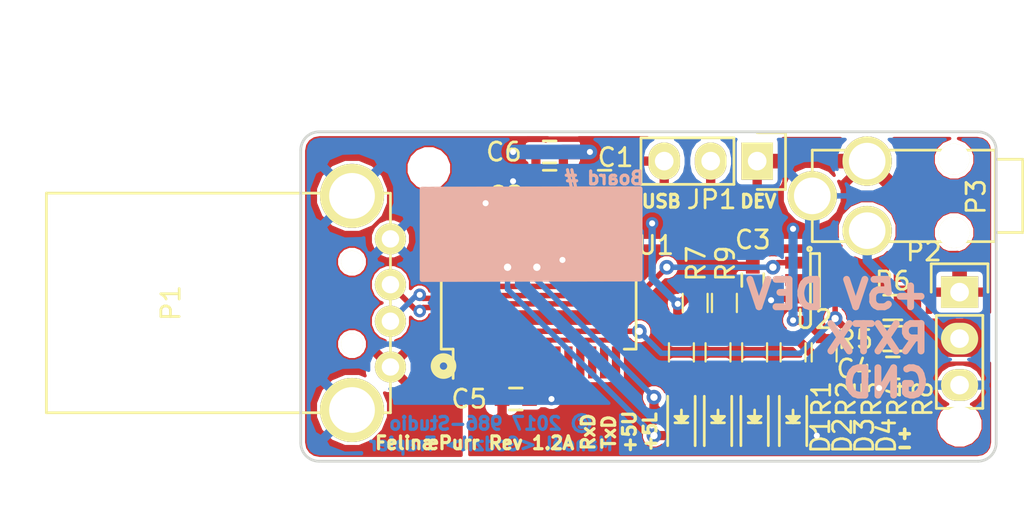
<source format=kicad_pcb>
(kicad_pcb (version 4) (host pcbnew 4.0.2+dfsg1-stable)

  (general
    (links 53)
    (no_connects 0)
    (area 131.914287 73.15 188.275019 103.400001)
    (thickness 1.6)
    (drawings 24)
    (tracks 203)
    (zones 0)
    (modules 27)
    (nets 34)
  )

  (page A4)
  (layers
    (0 F.Cu signal)
    (31 B.Cu signal)
    (35 F.Paste user)
    (36 B.SilkS user)
    (37 F.SilkS user)
    (38 B.Mask user)
    (39 F.Mask user)
    (44 Edge.Cuts user)
  )

  (setup
    (last_trace_width 0.8)
    (user_trace_width 0.3)
    (user_trace_width 0.4)
    (user_trace_width 0.5)
    (user_trace_width 0.6)
    (user_trace_width 0.7)
    (user_trace_width 0.8)
    (trace_clearance 0.1524)
    (zone_clearance 0.16)
    (zone_45_only no)
    (trace_min 0.1524)
    (segment_width 0.2)
    (edge_width 0.15)
    (via_size 0.6858)
    (via_drill 0.3302)
    (via_min_size 0.6858)
    (via_min_drill 0.3302)
    (uvia_size 0.3)
    (uvia_drill 0.1)
    (uvias_allowed no)
    (uvia_min_size 0)
    (uvia_min_drill 0)
    (pcb_text_width 0.3)
    (pcb_text_size 1.5 1.5)
    (mod_edge_width 0.15)
    (mod_text_size 1 1)
    (mod_text_width 0.15)
    (pad_size 2.7 2.7)
    (pad_drill 2)
    (pad_to_mask_clearance 0)
    (aux_axis_origin 0 0)
    (visible_elements FFFFFF7F)
    (pcbplotparams
      (layerselection 0x010f8_80000001)
      (usegerberextensions true)
      (excludeedgelayer true)
      (linewidth 0.150000)
      (plotframeref false)
      (viasonmask false)
      (mode 1)
      (useauxorigin false)
      (hpglpennumber 1)
      (hpglpenspeed 20)
      (hpglpendiameter 15)
      (hpglpenoverlay 2)
      (psnegative false)
      (psa4output false)
      (plotreference true)
      (plotvalue true)
      (plotinvisibletext false)
      (padsonsilk false)
      (subtractmaskfromsilk true)
      (outputformat 1)
      (mirror false)
      (drillshape 0)
      (scaleselection 1)
      (outputdirectory Gerbers/))
  )

  (net 0 "")
  (net 1 "Net-(C1-Pad1)")
  (net 2 GND)
  (net 3 +5VD)
  (net 4 +5V)
  (net 5 /RXTXout)
  (net 6 "Net-(D1-Pad2)")
  (net 7 "Net-(D1-Pad1)")
  (net 8 "Net-(D2-Pad2)")
  (net 9 "Net-(D2-Pad1)")
  (net 10 "Net-(D3-Pad2)")
  (net 11 +5VL)
  (net 12 "Net-(D4-Pad2)")
  (net 13 /RXTX)
  (net 14 /TxD)
  (net 15 "Net-(U1-Pad2)")
  (net 16 "Net-(U1-Pad3)")
  (net 17 "Net-(U1-Pad6)")
  (net 18 "Net-(U1-Pad8)")
  (net 19 "Net-(U1-Pad9)")
  (net 20 "Net-(U1-Pad10)")
  (net 21 "Net-(U1-Pad11)")
  (net 22 "Net-(U1-Pad12)")
  (net 23 "Net-(U1-Pad13)")
  (net 24 "Net-(U1-Pad14)")
  (net 25 "Net-(U1-Pad19)")
  (net 26 "Net-(U1-Pad24)")
  (net 27 "Net-(U1-Pad27)")
  (net 28 "Net-(U1-Pad28)")
  (net 29 "Net-(R2-Pad1)")
  (net 30 "Net-(R4-Pad1)")
  (net 31 "Net-(R3-Pad1)")
  (net 32 /D+)
  (net 33 /D-)

  (net_class Default "This is the default net class."
    (clearance 0.1524)
    (trace_width 0.1524)
    (via_dia 0.6858)
    (via_drill 0.3302)
    (uvia_dia 0.3)
    (uvia_drill 0.1)
    (add_net /D+)
    (add_net /D-)
    (add_net "Net-(R2-Pad1)")
    (add_net "Net-(R3-Pad1)")
    (add_net "Net-(R4-Pad1)")
  )

  (net_class Normal ""
    (clearance 0.1524)
    (trace_width 0.2)
    (via_dia 0.8)
    (via_drill 0.4)
    (uvia_dia 0.3)
    (uvia_drill 0.1)
    (add_net /RXTX)
    (add_net /RXTXout)
    (add_net /TxD)
    (add_net "Net-(C1-Pad1)")
    (add_net "Net-(D1-Pad1)")
    (add_net "Net-(D1-Pad2)")
    (add_net "Net-(D2-Pad1)")
    (add_net "Net-(D2-Pad2)")
    (add_net "Net-(D3-Pad2)")
    (add_net "Net-(D4-Pad2)")
    (add_net "Net-(U1-Pad10)")
    (add_net "Net-(U1-Pad11)")
    (add_net "Net-(U1-Pad12)")
    (add_net "Net-(U1-Pad13)")
    (add_net "Net-(U1-Pad14)")
    (add_net "Net-(U1-Pad19)")
    (add_net "Net-(U1-Pad2)")
    (add_net "Net-(U1-Pad24)")
    (add_net "Net-(U1-Pad27)")
    (add_net "Net-(U1-Pad28)")
    (add_net "Net-(U1-Pad3)")
    (add_net "Net-(U1-Pad6)")
    (add_net "Net-(U1-Pad8)")
    (add_net "Net-(U1-Pad9)")
  )

  (net_class Power ""
    (clearance 0.1524)
    (trace_width 0.25)
    (via_dia 0.6858)
    (via_drill 0.3302)
    (uvia_dia 0.3)
    (uvia_drill 0.1)
    (add_net +5V)
    (add_net +5VD)
    (add_net +5VL)
    (add_net GND)
  )

  (module Capacitors_SMD:C_0603 (layer F.Cu) (tedit 5415D631) (tstamp 57892645)
    (at 164.6 82.7 180)
    (descr "Capacitor SMD 0603, reflow soldering, AVX (see smccp.pdf)")
    (tags "capacitor 0603")
    (path /5788CDCA)
    (attr smd)
    (fp_text reference C1 (at -0.6 1.3 180) (layer F.SilkS)
      (effects (font (size 1 1) (thickness 0.15)))
    )
    (fp_text value 100n (at 0 1.9 180) (layer F.Fab)
      (effects (font (size 1 1) (thickness 0.15)))
    )
    (fp_line (start -1.45 -0.75) (end 1.45 -0.75) (layer F.CrtYd) (width 0.05))
    (fp_line (start -1.45 0.75) (end 1.45 0.75) (layer F.CrtYd) (width 0.05))
    (fp_line (start -1.45 -0.75) (end -1.45 0.75) (layer F.CrtYd) (width 0.05))
    (fp_line (start 1.45 -0.75) (end 1.45 0.75) (layer F.CrtYd) (width 0.05))
    (fp_line (start -0.35 -0.6) (end 0.35 -0.6) (layer F.SilkS) (width 0.15))
    (fp_line (start 0.35 0.6) (end -0.35 0.6) (layer F.SilkS) (width 0.15))
    (pad 1 smd rect (at -0.75 0 180) (size 0.8 0.75) (layers F.Cu F.Mask)
      (net 1 "Net-(C1-Pad1)"))
    (pad 2 smd rect (at 0.75 0 180) (size 0.8 0.75) (layers F.Cu F.Mask)
      (net 2 GND))
    (model Capacitors_SMD.3dshapes/C_0603.wrl
      (at (xyz 0 0 0))
      (scale (xyz 1 1 1))
      (rotate (xyz 0 0 0))
    )
  )

  (module Capacitors_SMD:C_0603 (layer F.Cu) (tedit 5415D631) (tstamp 57892651)
    (at 161.6 82.7 180)
    (descr "Capacitor SMD 0603, reflow soldering, AVX (see smccp.pdf)")
    (tags "capacitor 0603")
    (path /5788EC64)
    (attr smd)
    (fp_text reference C2 (at 2.4 -0.8 180) (layer F.SilkS)
      (effects (font (size 1 1) (thickness 0.15)))
    )
    (fp_text value 0.1u (at 0 1.9 180) (layer F.Fab)
      (effects (font (size 1 1) (thickness 0.15)))
    )
    (fp_line (start -1.45 -0.75) (end 1.45 -0.75) (layer F.CrtYd) (width 0.05))
    (fp_line (start -1.45 0.75) (end 1.45 0.75) (layer F.CrtYd) (width 0.05))
    (fp_line (start -1.45 -0.75) (end -1.45 0.75) (layer F.CrtYd) (width 0.05))
    (fp_line (start 1.45 -0.75) (end 1.45 0.75) (layer F.CrtYd) (width 0.05))
    (fp_line (start -0.35 -0.6) (end 0.35 -0.6) (layer F.SilkS) (width 0.15))
    (fp_line (start 0.35 0.6) (end -0.35 0.6) (layer F.SilkS) (width 0.15))
    (pad 1 smd rect (at -0.75 0 180) (size 0.8 0.75) (layers F.Cu F.Mask)
      (net 3 +5VD))
    (pad 2 smd rect (at 0.75 0 180) (size 0.8 0.75) (layers F.Cu F.Mask)
      (net 2 GND))
    (model Capacitors_SMD.3dshapes/C_0603.wrl
      (at (xyz 0 0 0))
      (scale (xyz 1 1 1))
      (rotate (xyz 0 0 0))
    )
  )

  (module Capacitors_SMD:C_0603 (layer F.Cu) (tedit 5415D631) (tstamp 5789265D)
    (at 172.7 88.1 270)
    (descr "Capacitor SMD 0603, reflow soldering, AVX (see smccp.pdf)")
    (tags "capacitor 0603")
    (path /5788C6C1)
    (attr smd)
    (fp_text reference C3 (at -2.2 0 360) (layer F.SilkS)
      (effects (font (size 1 1) (thickness 0.15)))
    )
    (fp_text value 0.1u (at 0 1.9 270) (layer F.Fab)
      (effects (font (size 1 1) (thickness 0.15)))
    )
    (fp_line (start -1.45 -0.75) (end 1.45 -0.75) (layer F.CrtYd) (width 0.05))
    (fp_line (start -1.45 0.75) (end 1.45 0.75) (layer F.CrtYd) (width 0.05))
    (fp_line (start -1.45 -0.75) (end -1.45 0.75) (layer F.CrtYd) (width 0.05))
    (fp_line (start 1.45 -0.75) (end 1.45 0.75) (layer F.CrtYd) (width 0.05))
    (fp_line (start -0.35 -0.6) (end 0.35 -0.6) (layer F.SilkS) (width 0.15))
    (fp_line (start 0.35 0.6) (end -0.35 0.6) (layer F.SilkS) (width 0.15))
    (pad 1 smd rect (at -0.75 0 270) (size 0.8 0.75) (layers F.Cu F.Mask)
      (net 4 +5V))
    (pad 2 smd rect (at 0.75 0 270) (size 0.8 0.75) (layers F.Cu F.Mask)
      (net 2 GND))
    (model Capacitors_SMD.3dshapes/C_0603.wrl
      (at (xyz 0 0 0))
      (scale (xyz 1 1 1))
      (rotate (xyz 0 0 0))
    )
  )

  (module Capacitors_SMD:C_0603 (layer F.Cu) (tedit 5788E3B2) (tstamp 57892669)
    (at 180.35 92.9 180)
    (descr "Capacitor SMD 0603, reflow soldering, AVX (see smccp.pdf)")
    (tags "capacitor 0603")
    (path /5788FCFD)
    (attr smd)
    (fp_text reference C4 (at 2.1 -0.05 180) (layer F.SilkS)
      (effects (font (size 1 1) (thickness 0.15)))
    )
    (fp_text value 330p (at 0 1.9 180) (layer F.Fab)
      (effects (font (size 1 1) (thickness 0.15)))
    )
    (fp_line (start -1.45 -0.75) (end 1.45 -0.75) (layer F.CrtYd) (width 0.05))
    (fp_line (start -1.45 0.75) (end 1.45 0.75) (layer F.CrtYd) (width 0.05))
    (fp_line (start -1.45 -0.75) (end -1.45 0.75) (layer F.CrtYd) (width 0.05))
    (fp_line (start 1.45 -0.75) (end 1.45 0.75) (layer F.CrtYd) (width 0.05))
    (fp_line (start -0.35 -0.6) (end 0.35 -0.6) (layer F.SilkS) (width 0.15))
    (fp_line (start 0.35 0.6) (end -0.35 0.6) (layer F.SilkS) (width 0.15))
    (pad 1 smd rect (at -0.75 0 180) (size 0.8 0.75) (layers F.Cu F.Mask)
      (net 5 /RXTXout) (zone_connect 2))
    (pad 2 smd rect (at 0.75 0 180) (size 0.8 0.75) (layers F.Cu F.Mask)
      (net 2 GND))
    (model Capacitors_SMD.3dshapes/C_0603.wrl
      (at (xyz 0 0 0))
      (scale (xyz 1 1 1))
      (rotate (xyz 0 0 0))
    )
  )

  (module LEDs:LED-0805 (layer F.Cu) (tedit 55BDE1C2) (tstamp 5789267C)
    (at 168.8 95.54902 90)
    (descr "LED 0805 smd package")
    (tags "LED 0805 SMD")
    (path /5788D434)
    (attr smd)
    (fp_text reference D1 (at -1.05098 7.6 90) (layer F.SilkS)
      (effects (font (size 1 1) (thickness 0.15)))
    )
    (fp_text value Green (at 0 1.75 90) (layer F.Fab)
      (effects (font (size 1 1) (thickness 0.15)))
    )
    (fp_line (start -1.6 0.75) (end 1.1 0.75) (layer F.SilkS) (width 0.15))
    (fp_line (start -1.6 -0.75) (end 1.1 -0.75) (layer F.SilkS) (width 0.15))
    (fp_line (start -0.1 0.15) (end -0.1 -0.1) (layer F.SilkS) (width 0.15))
    (fp_line (start -0.1 -0.1) (end -0.25 0.05) (layer F.SilkS) (width 0.15))
    (fp_line (start -0.35 -0.35) (end -0.35 0.35) (layer F.SilkS) (width 0.15))
    (fp_line (start 0 0) (end 0.35 0) (layer F.SilkS) (width 0.15))
    (fp_line (start -0.35 0) (end 0 -0.35) (layer F.SilkS) (width 0.15))
    (fp_line (start 0 -0.35) (end 0 0.35) (layer F.SilkS) (width 0.15))
    (fp_line (start 0 0.35) (end -0.35 0) (layer F.SilkS) (width 0.15))
    (fp_line (start 1.9 -0.95) (end 1.9 0.95) (layer F.CrtYd) (width 0.05))
    (fp_line (start 1.9 0.95) (end -1.9 0.95) (layer F.CrtYd) (width 0.05))
    (fp_line (start -1.9 0.95) (end -1.9 -0.95) (layer F.CrtYd) (width 0.05))
    (fp_line (start -1.9 -0.95) (end 1.9 -0.95) (layer F.CrtYd) (width 0.05))
    (pad 2 smd rect (at 1.04902 0 270) (size 1.19888 1.19888) (layers F.Cu F.Mask)
      (net 6 "Net-(D1-Pad2)"))
    (pad 1 smd rect (at -1.04902 0 270) (size 1.19888 1.19888) (layers F.Cu F.Mask)
      (net 7 "Net-(D1-Pad1)"))
    (model LEDs.3dshapes/LED-0805.wrl
      (at (xyz 0 0 0))
      (scale (xyz 1 1 1))
      (rotate (xyz 0 0 0))
    )
  )

  (module LEDs:LED-0805 (layer F.Cu) (tedit 55BDE1C2) (tstamp 5789268F)
    (at 170.8 95.54902 90)
    (descr "LED 0805 smd package")
    (tags "LED 0805 SMD")
    (path /5788D49B)
    (attr smd)
    (fp_text reference D2 (at -1.05098 6.8 90) (layer F.SilkS)
      (effects (font (size 1 1) (thickness 0.15)))
    )
    (fp_text value Red (at 0 1.75 90) (layer F.Fab)
      (effects (font (size 1 1) (thickness 0.15)))
    )
    (fp_line (start -1.6 0.75) (end 1.1 0.75) (layer F.SilkS) (width 0.15))
    (fp_line (start -1.6 -0.75) (end 1.1 -0.75) (layer F.SilkS) (width 0.15))
    (fp_line (start -0.1 0.15) (end -0.1 -0.1) (layer F.SilkS) (width 0.15))
    (fp_line (start -0.1 -0.1) (end -0.25 0.05) (layer F.SilkS) (width 0.15))
    (fp_line (start -0.35 -0.35) (end -0.35 0.35) (layer F.SilkS) (width 0.15))
    (fp_line (start 0 0) (end 0.35 0) (layer F.SilkS) (width 0.15))
    (fp_line (start -0.35 0) (end 0 -0.35) (layer F.SilkS) (width 0.15))
    (fp_line (start 0 -0.35) (end 0 0.35) (layer F.SilkS) (width 0.15))
    (fp_line (start 0 0.35) (end -0.35 0) (layer F.SilkS) (width 0.15))
    (fp_line (start 1.9 -0.95) (end 1.9 0.95) (layer F.CrtYd) (width 0.05))
    (fp_line (start 1.9 0.95) (end -1.9 0.95) (layer F.CrtYd) (width 0.05))
    (fp_line (start -1.9 0.95) (end -1.9 -0.95) (layer F.CrtYd) (width 0.05))
    (fp_line (start -1.9 -0.95) (end 1.9 -0.95) (layer F.CrtYd) (width 0.05))
    (pad 2 smd rect (at 1.04902 0 270) (size 1.19888 1.19888) (layers F.Cu F.Mask)
      (net 8 "Net-(D2-Pad2)"))
    (pad 1 smd rect (at -1.04902 0 270) (size 1.19888 1.19888) (layers F.Cu F.Mask)
      (net 9 "Net-(D2-Pad1)"))
    (model LEDs.3dshapes/LED-0805.wrl
      (at (xyz 0 0 0))
      (scale (xyz 1 1 1))
      (rotate (xyz 0 0 0))
    )
  )

  (module LEDs:LED-0805 (layer F.Cu) (tedit 55BDE1C2) (tstamp 578926A2)
    (at 172.8 95.54902 90)
    (descr "LED 0805 smd package")
    (tags "LED 0805 SMD")
    (path /5788DACE)
    (attr smd)
    (fp_text reference D3 (at -1.05098 6 90) (layer F.SilkS)
      (effects (font (size 1 1) (thickness 0.15)))
    )
    (fp_text value Blue (at 0 1.75 90) (layer F.Fab)
      (effects (font (size 1 1) (thickness 0.15)))
    )
    (fp_line (start -1.6 0.75) (end 1.1 0.75) (layer F.SilkS) (width 0.15))
    (fp_line (start -1.6 -0.75) (end 1.1 -0.75) (layer F.SilkS) (width 0.15))
    (fp_line (start -0.1 0.15) (end -0.1 -0.1) (layer F.SilkS) (width 0.15))
    (fp_line (start -0.1 -0.1) (end -0.25 0.05) (layer F.SilkS) (width 0.15))
    (fp_line (start -0.35 -0.35) (end -0.35 0.35) (layer F.SilkS) (width 0.15))
    (fp_line (start 0 0) (end 0.35 0) (layer F.SilkS) (width 0.15))
    (fp_line (start -0.35 0) (end 0 -0.35) (layer F.SilkS) (width 0.15))
    (fp_line (start 0 -0.35) (end 0 0.35) (layer F.SilkS) (width 0.15))
    (fp_line (start 0 0.35) (end -0.35 0) (layer F.SilkS) (width 0.15))
    (fp_line (start 1.9 -0.95) (end 1.9 0.95) (layer F.CrtYd) (width 0.05))
    (fp_line (start 1.9 0.95) (end -1.9 0.95) (layer F.CrtYd) (width 0.05))
    (fp_line (start -1.9 0.95) (end -1.9 -0.95) (layer F.CrtYd) (width 0.05))
    (fp_line (start -1.9 -0.95) (end 1.9 -0.95) (layer F.CrtYd) (width 0.05))
    (pad 2 smd rect (at 1.04902 0 270) (size 1.19888 1.19888) (layers F.Cu F.Mask)
      (net 10 "Net-(D3-Pad2)"))
    (pad 1 smd rect (at -1.04902 0 270) (size 1.19888 1.19888) (layers F.Cu F.Mask)
      (net 2 GND))
    (model LEDs.3dshapes/LED-0805.wrl
      (at (xyz 0 0 0))
      (scale (xyz 1 1 1))
      (rotate (xyz 0 0 0))
    )
  )

  (module Pin_Headers:Pin_Header_Straight_1x03 (layer F.Cu) (tedit 0) (tstamp 578926B4)
    (at 172.94 81.6 270)
    (descr "Through hole pin header")
    (tags "pin header")
    (path /5788BF7C)
    (fp_text reference JP1 (at 2.1 2.49 360) (layer F.SilkS)
      (effects (font (size 1 1) (thickness 0.15)))
    )
    (fp_text value JUMPER3 (at 0 -3.1 270) (layer F.Fab)
      (effects (font (size 1 1) (thickness 0.15)))
    )
    (fp_line (start -1.75 -1.75) (end -1.75 6.85) (layer F.CrtYd) (width 0.05))
    (fp_line (start 1.75 -1.75) (end 1.75 6.85) (layer F.CrtYd) (width 0.05))
    (fp_line (start -1.75 -1.75) (end 1.75 -1.75) (layer F.CrtYd) (width 0.05))
    (fp_line (start -1.75 6.85) (end 1.75 6.85) (layer F.CrtYd) (width 0.05))
    (fp_line (start -1.27 1.27) (end -1.27 6.35) (layer F.SilkS) (width 0.15))
    (fp_line (start -1.27 6.35) (end 1.27 6.35) (layer F.SilkS) (width 0.15))
    (fp_line (start 1.27 6.35) (end 1.27 1.27) (layer F.SilkS) (width 0.15))
    (fp_line (start 1.55 -1.55) (end 1.55 0) (layer F.SilkS) (width 0.15))
    (fp_line (start 1.27 1.27) (end -1.27 1.27) (layer F.SilkS) (width 0.15))
    (fp_line (start -1.55 0) (end -1.55 -1.55) (layer F.SilkS) (width 0.15))
    (fp_line (start -1.55 -1.55) (end 1.55 -1.55) (layer F.SilkS) (width 0.15))
    (pad 1 thru_hole rect (at 0 0 270) (size 2.032 1.7272) (drill 1.016) (layers *.Cu *.Mask F.SilkS)
      (net 11 +5VL))
    (pad 2 thru_hole oval (at 0 2.54 270) (size 2.032 1.7272) (drill 1.016) (layers *.Cu *.Mask F.SilkS)
      (net 4 +5V))
    (pad 3 thru_hole oval (at 0 5.08 270) (size 2.032 1.7272) (drill 1.016) (layers *.Cu *.Mask F.SilkS)
      (net 3 +5VD))
    (model Pin_Headers.3dshapes/Pin_Header_Straight_1x03.wrl
      (at (xyz 0 -0.1 0))
      (scale (xyz 1 1 1))
      (rotate (xyz 0 0 90))
    )
  )

  (module Resistors_SMD:R_0603 (layer F.Cu) (tedit 5788E3AA) (tstamp 57892706)
    (at 180.35 91.3 180)
    (descr "Resistor SMD 0603, reflow soldering, Vishay (see dcrcw.pdf)")
    (tags "resistor 0603")
    (path /5788F6C0)
    (attr smd)
    (fp_text reference R5 (at 2.05 -0.05 180) (layer F.SilkS)
      (effects (font (size 1 1) (thickness 0.15)))
    )
    (fp_text value 100 (at 0 1.9 180) (layer F.Fab)
      (effects (font (size 1 1) (thickness 0.15)))
    )
    (fp_line (start -1.3 -0.8) (end 1.3 -0.8) (layer F.CrtYd) (width 0.05))
    (fp_line (start -1.3 0.8) (end 1.3 0.8) (layer F.CrtYd) (width 0.05))
    (fp_line (start -1.3 -0.8) (end -1.3 0.8) (layer F.CrtYd) (width 0.05))
    (fp_line (start 1.3 -0.8) (end 1.3 0.8) (layer F.CrtYd) (width 0.05))
    (fp_line (start 0.5 0.675) (end -0.5 0.675) (layer F.SilkS) (width 0.15))
    (fp_line (start -0.5 -0.675) (end 0.5 -0.675) (layer F.SilkS) (width 0.15))
    (pad 1 smd rect (at -0.75 0 180) (size 0.5 0.9) (layers F.Cu F.Mask)
      (net 5 /RXTXout) (zone_connect 2))
    (pad 2 smd rect (at 0.75 0 180) (size 0.5 0.9) (layers F.Cu F.Mask)
      (net 13 /RXTX))
    (model Resistors_SMD.3dshapes/R_0603.wrl
      (at (xyz 0 0 0))
      (scale (xyz 1 1 1))
      (rotate (xyz 0 0 0))
    )
  )

  (module Resistors_SMD:R_0603 (layer F.Cu) (tedit 5788E39F) (tstamp 57892712)
    (at 180.35 89.6)
    (descr "Resistor SMD 0603, reflow soldering, Vishay (see dcrcw.pdf)")
    (tags "resistor 0603")
    (path /5788FB48)
    (attr smd)
    (fp_text reference R6 (at 0 -1.45) (layer F.SilkS)
      (effects (font (size 1 1) (thickness 0.15)))
    )
    (fp_text value 18K (at 0 1.9) (layer F.Fab)
      (effects (font (size 1 1) (thickness 0.15)))
    )
    (fp_line (start -1.3 -0.8) (end 1.3 -0.8) (layer F.CrtYd) (width 0.05))
    (fp_line (start -1.3 0.8) (end 1.3 0.8) (layer F.CrtYd) (width 0.05))
    (fp_line (start -1.3 -0.8) (end -1.3 0.8) (layer F.CrtYd) (width 0.05))
    (fp_line (start 1.3 -0.8) (end 1.3 0.8) (layer F.CrtYd) (width 0.05))
    (fp_line (start 0.5 0.675) (end -0.5 0.675) (layer F.SilkS) (width 0.15))
    (fp_line (start -0.5 -0.675) (end 0.5 -0.675) (layer F.SilkS) (width 0.15))
    (pad 1 smd rect (at -0.75 0) (size 0.5 0.9) (layers F.Cu F.Mask)
      (net 4 +5V))
    (pad 2 smd rect (at 0.75 0) (size 0.5 0.9) (layers F.Cu F.Mask)
      (net 5 /RXTXout) (zone_connect 2))
    (model Resistors_SMD.3dshapes/R_0603.wrl
      (at (xyz 0 0 0))
      (scale (xyz 1 1 1))
      (rotate (xyz 0 0 0))
    )
  )

  (module Housings_SSOP:SSOP-28_5.3x10.2mm_Pitch0.65mm (layer F.Cu) (tedit 54130A77) (tstamp 5789273D)
    (at 161 89 90)
    (descr "28-Lead Plastic Shrink Small Outline (SS)-5.30 mm Body [SSOP] (see Microchip Packaging Specification 00000049BS.pdf)")
    (tags "SSOP 0.65")
    (path /5788C982)
    (attr smd)
    (fp_text reference U1 (at 2.8 6.4 180) (layer F.SilkS)
      (effects (font (size 1 1) (thickness 0.15)))
    )
    (fp_text value FT232RL (at 0 6.25 90) (layer F.Fab)
      (effects (font (size 1 1) (thickness 0.15)))
    )
    (fp_line (start -4.75 -5.5) (end -4.75 5.5) (layer F.CrtYd) (width 0.05))
    (fp_line (start 4.75 -5.5) (end 4.75 5.5) (layer F.CrtYd) (width 0.05))
    (fp_line (start -4.75 -5.5) (end 4.75 -5.5) (layer F.CrtYd) (width 0.05))
    (fp_line (start -4.75 5.5) (end 4.75 5.5) (layer F.CrtYd) (width 0.05))
    (fp_line (start -2.875 -5.325) (end -2.875 -4.675) (layer F.SilkS) (width 0.15))
    (fp_line (start 2.875 -5.325) (end 2.875 -4.675) (layer F.SilkS) (width 0.15))
    (fp_line (start 2.875 5.325) (end 2.875 4.675) (layer F.SilkS) (width 0.15))
    (fp_line (start -2.875 5.325) (end -2.875 4.675) (layer F.SilkS) (width 0.15))
    (fp_line (start -2.875 -5.325) (end 2.875 -5.325) (layer F.SilkS) (width 0.15))
    (fp_line (start -2.875 5.325) (end 2.875 5.325) (layer F.SilkS) (width 0.15))
    (fp_line (start -2.875 -4.675) (end -4.475 -4.675) (layer F.SilkS) (width 0.15))
    (pad 1 smd rect (at -3.6 -4.225 90) (size 1.75 0.45) (layers F.Cu F.Mask)
      (net 14 /TxD))
    (pad 2 smd rect (at -3.6 -3.575 90) (size 1.75 0.45) (layers F.Cu F.Mask)
      (net 15 "Net-(U1-Pad2)"))
    (pad 3 smd rect (at -3.6 -2.925 90) (size 1.75 0.45) (layers F.Cu F.Mask)
      (net 16 "Net-(U1-Pad3)"))
    (pad 4 smd rect (at -3.6 -2.275 90) (size 1.75 0.45) (layers F.Cu F.Mask)
      (net 4 +5V))
    (pad 5 smd rect (at -3.6 -1.625 90) (size 1.75 0.45) (layers F.Cu F.Mask)
      (net 13 /RXTX))
    (pad 6 smd rect (at -3.6 -0.975 90) (size 1.75 0.45) (layers F.Cu F.Mask)
      (net 17 "Net-(U1-Pad6)"))
    (pad 7 smd rect (at -3.6 -0.325 90) (size 1.75 0.45) (layers F.Cu F.Mask)
      (net 2 GND))
    (pad 8 smd rect (at -3.6 0.325 90) (size 1.75 0.45) (layers F.Cu F.Mask)
      (net 18 "Net-(U1-Pad8)"))
    (pad 9 smd rect (at -3.6 0.975 90) (size 1.75 0.45) (layers F.Cu F.Mask)
      (net 19 "Net-(U1-Pad9)"))
    (pad 10 smd rect (at -3.6 1.625 90) (size 1.75 0.45) (layers F.Cu F.Mask)
      (net 20 "Net-(U1-Pad10)"))
    (pad 11 smd rect (at -3.6 2.275 90) (size 1.75 0.45) (layers F.Cu F.Mask)
      (net 21 "Net-(U1-Pad11)"))
    (pad 12 smd rect (at -3.6 2.925 90) (size 1.75 0.45) (layers F.Cu F.Mask)
      (net 22 "Net-(U1-Pad12)"))
    (pad 13 smd rect (at -3.6 3.575 90) (size 1.75 0.45) (layers F.Cu F.Mask)
      (net 23 "Net-(U1-Pad13)"))
    (pad 14 smd rect (at -3.6 4.225 90) (size 1.75 0.45) (layers F.Cu F.Mask)
      (net 24 "Net-(U1-Pad14)"))
    (pad 15 smd rect (at 3.6 4.225 90) (size 1.75 0.45) (layers F.Cu F.Mask)
      (net 32 /D+))
    (pad 16 smd rect (at 3.6 3.575 90) (size 1.75 0.45) (layers F.Cu F.Mask)
      (net 33 /D-))
    (pad 17 smd rect (at 3.6 2.925 90) (size 1.75 0.45) (layers F.Cu F.Mask)
      (net 1 "Net-(C1-Pad1)"))
    (pad 18 smd rect (at 3.6 2.275 90) (size 1.75 0.45) (layers F.Cu F.Mask)
      (net 2 GND))
    (pad 19 smd rect (at 3.6 1.625 90) (size 1.75 0.45) (layers F.Cu F.Mask)
      (net 25 "Net-(U1-Pad19)"))
    (pad 20 smd rect (at 3.6 0.975 90) (size 1.75 0.45) (layers F.Cu F.Mask)
      (net 3 +5VD))
    (pad 21 smd rect (at 3.6 0.325 90) (size 1.75 0.45) (layers F.Cu F.Mask)
      (net 2 GND))
    (pad 22 smd rect (at 3.6 -0.325 90) (size 1.75 0.45) (layers F.Cu F.Mask)
      (net 9 "Net-(D2-Pad1)"))
    (pad 23 smd rect (at 3.6 -0.975 90) (size 1.75 0.45) (layers F.Cu F.Mask)
      (net 7 "Net-(D1-Pad1)"))
    (pad 24 smd rect (at 3.6 -1.625 90) (size 1.75 0.45) (layers F.Cu F.Mask)
      (net 26 "Net-(U1-Pad24)"))
    (pad 25 smd rect (at 3.6 -2.275 90) (size 1.75 0.45) (layers F.Cu F.Mask)
      (net 2 GND))
    (pad 26 smd rect (at 3.6 -2.925 90) (size 1.75 0.45) (layers F.Cu F.Mask)
      (net 2 GND))
    (pad 27 smd rect (at 3.6 -3.575 90) (size 1.75 0.45) (layers F.Cu F.Mask)
      (net 27 "Net-(U1-Pad27)"))
    (pad 28 smd rect (at 3.6 -4.225 90) (size 1.75 0.45) (layers F.Cu F.Mask)
      (net 28 "Net-(U1-Pad28)"))
    (model Housings_SSOP.3dshapes/SSOP-28_5.3x10.2mm_Pitch0.65mm.wrl
      (at (xyz 0 0 0))
      (scale (xyz 1 1 1))
      (rotate (xyz 0 0 0))
    )
  )

  (module TO_SOT_Packages_SMD:SOT-23-5 (layer F.Cu) (tedit 55360473) (tstamp 5789274F)
    (at 176.1 88.1)
    (descr "5-pin SOT23 package")
    (tags SOT-23-5)
    (path /58FCCB54)
    (attr smd)
    (fp_text reference U2 (at -0.05 2.15) (layer F.SilkS)
      (effects (font (size 1 1) (thickness 0.15)))
    )
    (fp_text value SN74LVC1G125-Q1 (at -0.05 2.35) (layer F.Fab)
      (effects (font (size 1 1) (thickness 0.15)))
    )
    (fp_line (start -1.8 -1.6) (end 1.8 -1.6) (layer F.CrtYd) (width 0.05))
    (fp_line (start 1.8 -1.6) (end 1.8 1.6) (layer F.CrtYd) (width 0.05))
    (fp_line (start 1.8 1.6) (end -1.8 1.6) (layer F.CrtYd) (width 0.05))
    (fp_line (start -1.8 1.6) (end -1.8 -1.6) (layer F.CrtYd) (width 0.05))
    (fp_circle (center -0.3 -1.7) (end -0.2 -1.7) (layer F.SilkS) (width 0.15))
    (fp_line (start 0.25 -1.45) (end -0.25 -1.45) (layer F.SilkS) (width 0.15))
    (fp_line (start 0.25 1.45) (end 0.25 -1.45) (layer F.SilkS) (width 0.15))
    (fp_line (start -0.25 1.45) (end 0.25 1.45) (layer F.SilkS) (width 0.15))
    (fp_line (start -0.25 -1.45) (end -0.25 1.45) (layer F.SilkS) (width 0.15))
    (pad 1 smd rect (at -1.1 -0.95) (size 1.06 0.65) (layers F.Cu F.Mask)
      (net 14 /TxD))
    (pad 2 smd rect (at -1.1 0) (size 1.06 0.65) (layers F.Cu F.Mask)
      (net 2 GND))
    (pad 3 smd rect (at -1.1 0.95) (size 1.06 0.65) (layers F.Cu F.Mask)
      (net 2 GND))
    (pad 4 smd rect (at 1.1 0.95) (size 1.06 0.65) (layers F.Cu F.Mask)
      (net 13 /RXTX))
    (pad 5 smd rect (at 1.1 -0.95) (size 1.06 0.65) (layers F.Cu F.Mask)
      (net 4 +5V))
    (model TO_SOT_Packages_SMD.3dshapes/SOT-23-5.wrl
      (at (xyz 0 0 0))
      (scale (xyz 1 1 1))
      (rotate (xyz 0 0 0))
    )
  )

  (module Pin_Headers:Pin_Header_Straight_1x03 (layer F.Cu) (tedit 5788E3B7) (tstamp 578A0167)
    (at 184 88.76)
    (descr "Through hole pin header")
    (tags "pin header")
    (path /5788BF2B)
    (fp_text reference P2 (at -1.95 -2.21) (layer F.SilkS)
      (effects (font (size 1 1) (thickness 0.15)))
    )
    (fp_text value PCB (at 0 -3.1) (layer F.Fab)
      (effects (font (size 1 1) (thickness 0.15)))
    )
    (fp_line (start -1.75 -1.75) (end -1.75 6.85) (layer F.CrtYd) (width 0.05))
    (fp_line (start 1.75 -1.75) (end 1.75 6.85) (layer F.CrtYd) (width 0.05))
    (fp_line (start -1.75 -1.75) (end 1.75 -1.75) (layer F.CrtYd) (width 0.05))
    (fp_line (start -1.75 6.85) (end 1.75 6.85) (layer F.CrtYd) (width 0.05))
    (fp_line (start -1.27 1.27) (end -1.27 6.35) (layer F.SilkS) (width 0.15))
    (fp_line (start -1.27 6.35) (end 1.27 6.35) (layer F.SilkS) (width 0.15))
    (fp_line (start 1.27 6.35) (end 1.27 1.27) (layer F.SilkS) (width 0.15))
    (fp_line (start 1.55 -1.55) (end 1.55 0) (layer F.SilkS) (width 0.15))
    (fp_line (start 1.27 1.27) (end -1.27 1.27) (layer F.SilkS) (width 0.15))
    (fp_line (start -1.55 0) (end -1.55 -1.55) (layer F.SilkS) (width 0.15))
    (fp_line (start -1.55 -1.55) (end 1.55 -1.55) (layer F.SilkS) (width 0.15))
    (pad 1 thru_hole rect (at 0 0) (size 2.032 1.7272) (drill 1.016) (layers *.Cu *.Mask F.SilkS)
      (net 11 +5VL))
    (pad 2 thru_hole oval (at 0 2.54) (size 2.032 1.7272) (drill 1.016) (layers *.Cu *.Mask F.SilkS)
      (net 5 /RXTXout) (zone_connect 2))
    (pad 3 thru_hole oval (at 0 5.08) (size 2.032 1.7272) (drill 1.016) (layers *.Cu *.Mask F.SilkS)
      (net 2 GND))
    (model Pin_Headers.3dshapes/Pin_Header_Straight_1x03.wrl
      (at (xyz 0 -0.1 0))
      (scale (xyz 1 1 1))
      (rotate (xyz 0 0 90))
    )
  )

  (module LEDs:LED-0805 (layer F.Cu) (tedit 55BDE1C2) (tstamp 578A0208)
    (at 174.9 95.55098 90)
    (descr "LED 0805 smd package")
    (tags "LED 0805 SMD")
    (path /5788DBDE)
    (attr smd)
    (fp_text reference D4 (at -1.04902 5.1 90) (layer F.SilkS)
      (effects (font (size 1 1) (thickness 0.15)))
    )
    (fp_text value Yellow (at 0 1.75 90) (layer F.Fab)
      (effects (font (size 1 1) (thickness 0.15)))
    )
    (fp_line (start -1.6 0.75) (end 1.1 0.75) (layer F.SilkS) (width 0.15))
    (fp_line (start -1.6 -0.75) (end 1.1 -0.75) (layer F.SilkS) (width 0.15))
    (fp_line (start -0.1 0.15) (end -0.1 -0.1) (layer F.SilkS) (width 0.15))
    (fp_line (start -0.1 -0.1) (end -0.25 0.05) (layer F.SilkS) (width 0.15))
    (fp_line (start -0.35 -0.35) (end -0.35 0.35) (layer F.SilkS) (width 0.15))
    (fp_line (start 0 0) (end 0.35 0) (layer F.SilkS) (width 0.15))
    (fp_line (start -0.35 0) (end 0 -0.35) (layer F.SilkS) (width 0.15))
    (fp_line (start 0 -0.35) (end 0 0.35) (layer F.SilkS) (width 0.15))
    (fp_line (start 0 0.35) (end -0.35 0) (layer F.SilkS) (width 0.15))
    (fp_line (start 1.9 -0.95) (end 1.9 0.95) (layer F.CrtYd) (width 0.05))
    (fp_line (start 1.9 0.95) (end -1.9 0.95) (layer F.CrtYd) (width 0.05))
    (fp_line (start -1.9 0.95) (end -1.9 -0.95) (layer F.CrtYd) (width 0.05))
    (fp_line (start -1.9 -0.95) (end 1.9 -0.95) (layer F.CrtYd) (width 0.05))
    (pad 2 smd rect (at 1.04902 0 270) (size 1.19888 1.19888) (layers F.Cu F.Mask)
      (net 12 "Net-(D4-Pad2)"))
    (pad 1 smd rect (at -1.04902 0 270) (size 1.19888 1.19888) (layers F.Cu F.Mask)
      (net 2 GND))
    (model LEDs.3dshapes/LED-0805.wrl
      (at (xyz 0 0 0))
      (scale (xyz 1 1 1))
      (rotate (xyz 0 0 0))
    )
  )

  (module Capacitors_SMD:C_0603 (layer F.Cu) (tedit 5415D631) (tstamp 57890D30)
    (at 159.75 94.6)
    (descr "Capacitor SMD 0603, reflow soldering, AVX (see smccp.pdf)")
    (tags "capacitor 0603")
    (path /5789190D)
    (attr smd)
    (fp_text reference C5 (at -2.55 0) (layer F.SilkS)
      (effects (font (size 1 1) (thickness 0.15)))
    )
    (fp_text value 100n (at 0 1.9) (layer F.Fab)
      (effects (font (size 1 1) (thickness 0.15)))
    )
    (fp_line (start -1.45 -0.75) (end 1.45 -0.75) (layer F.CrtYd) (width 0.05))
    (fp_line (start -1.45 0.75) (end 1.45 0.75) (layer F.CrtYd) (width 0.05))
    (fp_line (start -1.45 -0.75) (end -1.45 0.75) (layer F.CrtYd) (width 0.05))
    (fp_line (start 1.45 -0.75) (end 1.45 0.75) (layer F.CrtYd) (width 0.05))
    (fp_line (start -0.35 -0.6) (end 0.35 -0.6) (layer F.SilkS) (width 0.15))
    (fp_line (start 0.35 0.6) (end -0.35 0.6) (layer F.SilkS) (width 0.15))
    (pad 1 smd rect (at -0.75 0) (size 0.8 0.75) (layers F.Cu F.Mask)
      (net 4 +5V))
    (pad 2 smd rect (at 0.75 0) (size 0.8 0.75) (layers F.Cu F.Mask)
      (net 2 GND))
    (model Capacitors_SMD.3dshapes/C_0603.wrl
      (at (xyz 0 0 0))
      (scale (xyz 1 1 1))
      (rotate (xyz 0 0 0))
    )
  )

  (module Capacitors_SMD:C_0603 (layer F.Cu) (tedit 5415D631) (tstamp 57890D52)
    (at 161.6 81.1 180)
    (descr "Capacitor SMD 0603, reflow soldering, AVX (see smccp.pdf)")
    (tags "capacitor 0603")
    (path /57890719)
    (attr smd)
    (fp_text reference C6 (at 2.5 0 180) (layer F.SilkS)
      (effects (font (size 1 1) (thickness 0.15)))
    )
    (fp_text value 4.7u (at 0 1.9 180) (layer F.Fab)
      (effects (font (size 1 1) (thickness 0.15)))
    )
    (fp_line (start -1.45 -0.75) (end 1.45 -0.75) (layer F.CrtYd) (width 0.05))
    (fp_line (start -1.45 0.75) (end 1.45 0.75) (layer F.CrtYd) (width 0.05))
    (fp_line (start -1.45 -0.75) (end -1.45 0.75) (layer F.CrtYd) (width 0.05))
    (fp_line (start 1.45 -0.75) (end 1.45 0.75) (layer F.CrtYd) (width 0.05))
    (fp_line (start -0.35 -0.6) (end 0.35 -0.6) (layer F.SilkS) (width 0.15))
    (fp_line (start 0.35 0.6) (end -0.35 0.6) (layer F.SilkS) (width 0.15))
    (pad 1 smd rect (at -0.75 0 180) (size 0.8 0.75) (layers F.Cu F.Mask)
      (net 3 +5VD))
    (pad 2 smd rect (at 0.75 0 180) (size 0.8 0.75) (layers F.Cu F.Mask)
      (net 2 GND))
    (model Capacitors_SMD.3dshapes/C_0603.wrl
      (at (xyz 0 0 0))
      (scale (xyz 1 1 1))
      (rotate (xyz 0 0 0))
    )
  )

  (module Resistors_SMD:R_0603 (layer F.Cu) (tedit 58E0A804) (tstamp 58FCCEE5)
    (at 171.15 89.35 270)
    (descr "Resistor SMD 0603, reflow soldering, Vishay (see dcrcw.pdf)")
    (tags "resistor 0603")
    (path /58FCD045)
    (attr smd)
    (fp_text reference R9 (at -2.15 -0.05 270) (layer F.SilkS)
      (effects (font (size 1 1) (thickness 0.15)))
    )
    (fp_text value 100 (at 0 1.5 270) (layer F.Fab)
      (effects (font (size 1 1) (thickness 0.15)))
    )
    (fp_text user %R (at 0 0 270) (layer F.Fab)
      (effects (font (size 0.5 0.5) (thickness 0.075)))
    )
    (fp_line (start -0.8 0.4) (end -0.8 -0.4) (layer F.Fab) (width 0.1))
    (fp_line (start 0.8 0.4) (end -0.8 0.4) (layer F.Fab) (width 0.1))
    (fp_line (start 0.8 -0.4) (end 0.8 0.4) (layer F.Fab) (width 0.1))
    (fp_line (start -0.8 -0.4) (end 0.8 -0.4) (layer F.Fab) (width 0.1))
    (fp_line (start 0.5 0.68) (end -0.5 0.68) (layer F.SilkS) (width 0.12))
    (fp_line (start -0.5 -0.68) (end 0.5 -0.68) (layer F.SilkS) (width 0.12))
    (fp_line (start -1.25 -0.7) (end 1.25 -0.7) (layer F.CrtYd) (width 0.05))
    (fp_line (start -1.25 -0.7) (end -1.25 0.7) (layer F.CrtYd) (width 0.05))
    (fp_line (start 1.25 0.7) (end 1.25 -0.7) (layer F.CrtYd) (width 0.05))
    (fp_line (start 1.25 0.7) (end -1.25 0.7) (layer F.CrtYd) (width 0.05))
    (pad 1 smd rect (at -0.75 0 270) (size 0.5 0.9) (layers F.Cu F.Mask)
      (net 3 +5VD))
    (pad 2 smd rect (at 0.75 0 270) (size 0.5 0.9) (layers F.Cu F.Mask)
      (net 31 "Net-(R3-Pad1)"))
    (model ${KISYS3DMOD}/Resistors_SMD.3dshapes/R_0603.wrl
      (at (xyz 0 0 0))
      (scale (xyz 1 1 1))
      (rotate (xyz 0 0 0))
    )
  )

  (module Resistors_SMD:R_0603 (layer F.Cu) (tedit 58E0A804) (tstamp 57895473)
    (at 169.55 89.35 270)
    (descr "Resistor SMD 0603, reflow soldering, Vishay (see dcrcw.pdf)")
    (tags "resistor 0603")
    (path /578954EA)
    (attr smd)
    (fp_text reference R7 (at -2.15 -0.05 270) (layer F.SilkS)
      (effects (font (size 1 1) (thickness 0.15)))
    )
    (fp_text value 100 (at 0 1.5 270) (layer F.Fab)
      (effects (font (size 1 1) (thickness 0.15)))
    )
    (fp_text user %R (at 0 0 270) (layer F.Fab)
      (effects (font (size 0.5 0.5) (thickness 0.075)))
    )
    (fp_line (start -0.8 0.4) (end -0.8 -0.4) (layer F.Fab) (width 0.1))
    (fp_line (start 0.8 0.4) (end -0.8 0.4) (layer F.Fab) (width 0.1))
    (fp_line (start 0.8 -0.4) (end 0.8 0.4) (layer F.Fab) (width 0.1))
    (fp_line (start -0.8 -0.4) (end 0.8 -0.4) (layer F.Fab) (width 0.1))
    (fp_line (start 0.5 0.68) (end -0.5 0.68) (layer F.SilkS) (width 0.12))
    (fp_line (start -0.5 -0.68) (end 0.5 -0.68) (layer F.SilkS) (width 0.12))
    (fp_line (start -1.25 -0.7) (end 1.25 -0.7) (layer F.CrtYd) (width 0.05))
    (fp_line (start -1.25 -0.7) (end -1.25 0.7) (layer F.CrtYd) (width 0.05))
    (fp_line (start 1.25 0.7) (end 1.25 -0.7) (layer F.CrtYd) (width 0.05))
    (fp_line (start 1.25 0.7) (end -1.25 0.7) (layer F.CrtYd) (width 0.05))
    (pad 1 smd rect (at -0.75 0 270) (size 0.5 0.9) (layers F.Cu F.Mask)
      (net 3 +5VD))
    (pad 2 smd rect (at 0.75 0 270) (size 0.5 0.9) (layers F.Cu F.Mask)
      (net 29 "Net-(R2-Pad1)"))
    (model ${KISYS3DMOD}/Resistors_SMD.3dshapes/R_0603.wrl
      (at (xyz 0 0 0))
      (scale (xyz 1 1 1))
      (rotate (xyz 0 0 0))
    )
  )

  (module Resistors_SMD:R_0603 (layer F.Cu) (tedit 58E0A804) (tstamp 578926D6)
    (at 168.8 92.05 270)
    (descr "Resistor SMD 0603, reflow soldering, Vishay (see dcrcw.pdf)")
    (tags "resistor 0603")
    (path /5788D4FB)
    (attr smd)
    (fp_text reference R1 (at 2.55 -7.65 270) (layer F.SilkS)
      (effects (font (size 1 1) (thickness 0.15)))
    )
    (fp_text value 100 (at 0 1.5 270) (layer F.Fab)
      (effects (font (size 1 1) (thickness 0.15)))
    )
    (fp_text user %R (at 0 0 270) (layer F.Fab)
      (effects (font (size 0.5 0.5) (thickness 0.075)))
    )
    (fp_line (start -0.8 0.4) (end -0.8 -0.4) (layer F.Fab) (width 0.1))
    (fp_line (start 0.8 0.4) (end -0.8 0.4) (layer F.Fab) (width 0.1))
    (fp_line (start 0.8 -0.4) (end 0.8 0.4) (layer F.Fab) (width 0.1))
    (fp_line (start -0.8 -0.4) (end 0.8 -0.4) (layer F.Fab) (width 0.1))
    (fp_line (start 0.5 0.68) (end -0.5 0.68) (layer F.SilkS) (width 0.12))
    (fp_line (start -0.5 -0.68) (end 0.5 -0.68) (layer F.SilkS) (width 0.12))
    (fp_line (start -1.25 -0.7) (end 1.25 -0.7) (layer F.CrtYd) (width 0.05))
    (fp_line (start -1.25 -0.7) (end -1.25 0.7) (layer F.CrtYd) (width 0.05))
    (fp_line (start 1.25 0.7) (end 1.25 -0.7) (layer F.CrtYd) (width 0.05))
    (fp_line (start 1.25 0.7) (end -1.25 0.7) (layer F.CrtYd) (width 0.05))
    (pad 1 smd rect (at -0.75 0 270) (size 0.5 0.9) (layers F.Cu F.Mask)
      (net 3 +5VD))
    (pad 2 smd rect (at 0.75 0 270) (size 0.5 0.9) (layers F.Cu F.Mask)
      (net 6 "Net-(D1-Pad2)"))
    (model ${KISYS3DMOD}/Resistors_SMD.3dshapes/R_0603.wrl
      (at (xyz 0 0 0))
      (scale (xyz 1 1 1))
      (rotate (xyz 0 0 0))
    )
  )

  (module Resistors_SMD:R_0603 (layer F.Cu) (tedit 58E0A804) (tstamp 578926E2)
    (at 170.8 92.05 270)
    (descr "Resistor SMD 0603, reflow soldering, Vishay (see dcrcw.pdf)")
    (tags "resistor 0603")
    (path /5788D537)
    (attr smd)
    (fp_text reference R2 (at 2.55 -7 270) (layer F.SilkS)
      (effects (font (size 1 1) (thickness 0.15)))
    )
    (fp_text value 100 (at 0 1.5 270) (layer F.Fab)
      (effects (font (size 1 1) (thickness 0.15)))
    )
    (fp_text user %R (at 0 0 270) (layer F.Fab)
      (effects (font (size 0.5 0.5) (thickness 0.075)))
    )
    (fp_line (start -0.8 0.4) (end -0.8 -0.4) (layer F.Fab) (width 0.1))
    (fp_line (start 0.8 0.4) (end -0.8 0.4) (layer F.Fab) (width 0.1))
    (fp_line (start 0.8 -0.4) (end 0.8 0.4) (layer F.Fab) (width 0.1))
    (fp_line (start -0.8 -0.4) (end 0.8 -0.4) (layer F.Fab) (width 0.1))
    (fp_line (start 0.5 0.68) (end -0.5 0.68) (layer F.SilkS) (width 0.12))
    (fp_line (start -0.5 -0.68) (end 0.5 -0.68) (layer F.SilkS) (width 0.12))
    (fp_line (start -1.25 -0.7) (end 1.25 -0.7) (layer F.CrtYd) (width 0.05))
    (fp_line (start -1.25 -0.7) (end -1.25 0.7) (layer F.CrtYd) (width 0.05))
    (fp_line (start 1.25 0.7) (end 1.25 -0.7) (layer F.CrtYd) (width 0.05))
    (fp_line (start 1.25 0.7) (end -1.25 0.7) (layer F.CrtYd) (width 0.05))
    (pad 1 smd rect (at -0.75 0 270) (size 0.5 0.9) (layers F.Cu F.Mask)
      (net 29 "Net-(R2-Pad1)"))
    (pad 2 smd rect (at 0.75 0 270) (size 0.5 0.9) (layers F.Cu F.Mask)
      (net 8 "Net-(D2-Pad2)"))
    (model ${KISYS3DMOD}/Resistors_SMD.3dshapes/R_0603.wrl
      (at (xyz 0 0 0))
      (scale (xyz 1 1 1))
      (rotate (xyz 0 0 0))
    )
  )

  (module Resistors_SMD:R_0603 (layer F.Cu) (tedit 58E0A804) (tstamp 578926EE)
    (at 172.8 92.05 270)
    (descr "Resistor SMD 0603, reflow soldering, Vishay (see dcrcw.pdf)")
    (tags "resistor 0603")
    (path /5788D965)
    (attr smd)
    (fp_text reference R3 (at 2.55 -6.4 270) (layer F.SilkS)
      (effects (font (size 1 1) (thickness 0.15)))
    )
    (fp_text value 100 (at 0 1.5 270) (layer F.Fab)
      (effects (font (size 1 1) (thickness 0.15)))
    )
    (fp_text user %R (at 0 0 270) (layer F.Fab)
      (effects (font (size 0.5 0.5) (thickness 0.075)))
    )
    (fp_line (start -0.8 0.4) (end -0.8 -0.4) (layer F.Fab) (width 0.1))
    (fp_line (start 0.8 0.4) (end -0.8 0.4) (layer F.Fab) (width 0.1))
    (fp_line (start 0.8 -0.4) (end 0.8 0.4) (layer F.Fab) (width 0.1))
    (fp_line (start -0.8 -0.4) (end 0.8 -0.4) (layer F.Fab) (width 0.1))
    (fp_line (start 0.5 0.68) (end -0.5 0.68) (layer F.SilkS) (width 0.12))
    (fp_line (start -0.5 -0.68) (end 0.5 -0.68) (layer F.SilkS) (width 0.12))
    (fp_line (start -1.25 -0.7) (end 1.25 -0.7) (layer F.CrtYd) (width 0.05))
    (fp_line (start -1.25 -0.7) (end -1.25 0.7) (layer F.CrtYd) (width 0.05))
    (fp_line (start 1.25 0.7) (end 1.25 -0.7) (layer F.CrtYd) (width 0.05))
    (fp_line (start 1.25 0.7) (end -1.25 0.7) (layer F.CrtYd) (width 0.05))
    (pad 1 smd rect (at -0.75 0 270) (size 0.5 0.9) (layers F.Cu F.Mask)
      (net 31 "Net-(R3-Pad1)"))
    (pad 2 smd rect (at 0.75 0 270) (size 0.5 0.9) (layers F.Cu F.Mask)
      (net 10 "Net-(D3-Pad2)"))
    (model ${KISYS3DMOD}/Resistors_SMD.3dshapes/R_0603.wrl
      (at (xyz 0 0 0))
      (scale (xyz 1 1 1))
      (rotate (xyz 0 0 0))
    )
  )

  (module Resistors_SMD:R_0603 (layer F.Cu) (tedit 58E0A804) (tstamp 578926FA)
    (at 174.9 92.05 270)
    (descr "Resistor SMD 0603, reflow soldering, Vishay (see dcrcw.pdf)")
    (tags "resistor 0603")
    (path /5788D9AA)
    (attr smd)
    (fp_text reference R4 (at 2.55 -5.7 270) (layer F.SilkS)
      (effects (font (size 1 1) (thickness 0.15)))
    )
    (fp_text value 100 (at 0 1.5 270) (layer F.Fab)
      (effects (font (size 1 1) (thickness 0.15)))
    )
    (fp_text user %R (at 0 0 270) (layer F.Fab)
      (effects (font (size 0.5 0.5) (thickness 0.075)))
    )
    (fp_line (start -0.8 0.4) (end -0.8 -0.4) (layer F.Fab) (width 0.1))
    (fp_line (start 0.8 0.4) (end -0.8 0.4) (layer F.Fab) (width 0.1))
    (fp_line (start 0.8 -0.4) (end 0.8 0.4) (layer F.Fab) (width 0.1))
    (fp_line (start -0.8 -0.4) (end 0.8 -0.4) (layer F.Fab) (width 0.1))
    (fp_line (start 0.5 0.68) (end -0.5 0.68) (layer F.SilkS) (width 0.12))
    (fp_line (start -0.5 -0.68) (end 0.5 -0.68) (layer F.SilkS) (width 0.12))
    (fp_line (start -1.25 -0.7) (end 1.25 -0.7) (layer F.CrtYd) (width 0.05))
    (fp_line (start -1.25 -0.7) (end -1.25 0.7) (layer F.CrtYd) (width 0.05))
    (fp_line (start 1.25 0.7) (end 1.25 -0.7) (layer F.CrtYd) (width 0.05))
    (fp_line (start 1.25 0.7) (end -1.25 0.7) (layer F.CrtYd) (width 0.05))
    (pad 1 smd rect (at -0.75 0 270) (size 0.5 0.9) (layers F.Cu F.Mask)
      (net 30 "Net-(R4-Pad1)"))
    (pad 2 smd rect (at 0.75 0 270) (size 0.5 0.9) (layers F.Cu F.Mask)
      (net 12 "Net-(D4-Pad2)"))
    (model ${KISYS3DMOD}/Resistors_SMD.3dshapes/R_0603.wrl
      (at (xyz 0 0 0))
      (scale (xyz 1 1 1))
      (rotate (xyz 0 0 0))
    )
  )

  (module Resistors_SMD:R_0603 (layer F.Cu) (tedit 58E0A804) (tstamp 57895495)
    (at 176.6 92.05 270)
    (descr "Resistor SMD 0603, reflow soldering, Vishay (see dcrcw.pdf)")
    (tags "resistor 0603")
    (path /578956B8)
    (attr smd)
    (fp_text reference R8 (at 2.55 -5.4 270) (layer F.SilkS)
      (effects (font (size 1 1) (thickness 0.15)))
    )
    (fp_text value 100 (at 0 1.5 270) (layer F.Fab)
      (effects (font (size 1 1) (thickness 0.15)))
    )
    (fp_text user %R (at 0 0 270) (layer F.Fab)
      (effects (font (size 0.5 0.5) (thickness 0.075)))
    )
    (fp_line (start -0.8 0.4) (end -0.8 -0.4) (layer F.Fab) (width 0.1))
    (fp_line (start 0.8 0.4) (end -0.8 0.4) (layer F.Fab) (width 0.1))
    (fp_line (start 0.8 -0.4) (end 0.8 0.4) (layer F.Fab) (width 0.1))
    (fp_line (start -0.8 -0.4) (end 0.8 -0.4) (layer F.Fab) (width 0.1))
    (fp_line (start 0.5 0.68) (end -0.5 0.68) (layer F.SilkS) (width 0.12))
    (fp_line (start -0.5 -0.68) (end 0.5 -0.68) (layer F.SilkS) (width 0.12))
    (fp_line (start -1.25 -0.7) (end 1.25 -0.7) (layer F.CrtYd) (width 0.05))
    (fp_line (start -1.25 -0.7) (end -1.25 0.7) (layer F.CrtYd) (width 0.05))
    (fp_line (start 1.25 0.7) (end 1.25 -0.7) (layer F.CrtYd) (width 0.05))
    (fp_line (start 1.25 0.7) (end -1.25 0.7) (layer F.CrtYd) (width 0.05))
    (pad 1 smd rect (at -0.75 0 270) (size 0.5 0.9) (layers F.Cu F.Mask)
      (net 11 +5VL))
    (pad 2 smd rect (at 0.75 0 270) (size 0.5 0.9) (layers F.Cu F.Mask)
      (net 30 "Net-(R4-Pad1)"))
    (model ${KISYS3DMOD}/Resistors_SMD.3dshapes/R_0603.wrl
      (at (xyz 0 0 0))
      (scale (xyz 1 1 1))
      (rotate (xyz 0 0 0))
    )
  )

  (module PadsLib:MC32603_USB_A (layer F.Cu) (tedit 5984AF48) (tstamp 58FD2BFF)
    (at 152.9 89.35 270)
    (path /58FD21E5)
    (fp_text reference P1 (at 0 12 270) (layer F.SilkS)
      (effects (font (size 1 1) (thickness 0.15)))
    )
    (fp_text value USB_A (at 0 9 270) (layer F.Fab)
      (effects (font (size 1 1) (thickness 0.15)))
    )
    (fp_line (start 6 4.9) (end -6 4.9) (layer F.SilkS) (width 0.15))
    (fp_line (start -6 18.8) (end -6 0.1) (layer F.SilkS) (width 0.15))
    (fp_line (start 6 18.8) (end -6 18.8) (layer F.SilkS) (width 0.15))
    (fp_line (start 6 0) (end 6 18.8) (layer F.SilkS) (width 0.15))
    (fp_line (start -6 0) (end 6 0) (layer F.SilkS) (width 0.15))
    (pad 3 thru_hole circle (at -1 0 270) (size 1.7 1.7) (drill 0.95) (layers *.Cu *.Mask F.SilkS)
      (net 32 /D+))
    (pad 2 thru_hole circle (at 1 0 270) (size 1.7 1.7) (drill 0.95) (layers *.Cu *.Mask F.SilkS)
      (net 33 /D-))
    (pad 1 thru_hole circle (at 3.5 0 270) (size 1.7 1.7) (drill 0.95) (layers *.Cu *.Mask F.SilkS)
      (net 3 +5VD))
    (pad 4 thru_hole circle (at -3.5 0 270) (size 1.7 1.7) (drill 0.95) (layers *.Cu *.Mask F.SilkS)
      (net 2 GND))
    (pad 5 thru_hole circle (at -5.85 2.1 270) (size 3.5 3.5) (drill 2.5) (layers *.Cu *.Mask F.SilkS)
      (net 2 GND))
    (pad 5 thru_hole circle (at 5.85 2.1 270) (size 3.5 3.5) (drill 2.5) (layers *.Cu *.Mask F.SilkS)
      (net 2 GND))
    (pad "" np_thru_hole circle (at -2.25 2.1 270) (size 1.2 1.2) (drill 1.2) (layers *.Cu *.Mask F.SilkS))
    (pad "" np_thru_hole circle (at 2.25 2.1 270) (size 1.2 1.2) (drill 1.2) (layers *.Cu *.Mask F.SilkS))
  )

  (module PadsLib:JACK2.5 (layer F.Cu) (tedit 5989E97A) (tstamp 5989E50E)
    (at 178.95 83.5 270)
    (path /59889BD9)
    (fp_text reference P3 (at 0.05 -5.95 270) (layer F.SilkS)
      (effects (font (size 1 1) (thickness 0.15)))
    )
    (fp_text value JACK (at 0 5.08 270) (layer F.Fab)
      (effects (font (size 1 1) (thickness 0.15)))
    )
    (fp_line (start 2 -8.5) (end 2 -7) (layer F.SilkS) (width 0.15))
    (fp_line (start -2 -8.5) (end -2 -7) (layer F.SilkS) (width 0.15))
    (fp_line (start -2.5 -7) (end -2.5 3) (layer F.SilkS) (width 0.15))
    (fp_line (start 2 -8.5) (end -2 -8.5) (layer F.SilkS) (width 0.15))
    (fp_line (start 2.5 -7) (end 2.5 3) (layer F.SilkS) (width 0.15))
    (fp_line (start -2.5 3) (end 2.5 3) (layer F.SilkS) (width 0.15))
    (fp_line (start 2.5 -7) (end -2.5 -7) (layer F.SilkS) (width 0.15))
    (pad 1 thru_hole circle (at -1.9 0 270) (size 2.7 2.7) (drill 2) (layers *.Cu *.Mask F.SilkS)
      (net 11 +5VL))
    (pad 3 thru_hole circle (at 1.9 0 270) (size 2.7 2.7) (drill 2) (layers *.Cu *.Mask F.SilkS)
      (net 5 /RXTXout))
    (pad 2 thru_hole circle (at 0 3 270) (size 2.7 2.7) (drill 2) (layers *.Cu *.Mask F.SilkS)
      (net 2 GND))
    (pad "" np_thru_hole circle (at -2 -4.75 270) (size 1.7 1.7) (drill 1.7) (layers *.Cu *.Mask F.SilkS)
      (zone_connect 0))
    (pad "" np_thru_hole circle (at 2 -4.75 270) (size 1.7 1.7) (drill 1.7) (layers *.Cu *.Mask F.SilkS)
      (zone_connect 0))
  )

  (module PadsLib:2mmHole (layer F.Cu) (tedit 57891662) (tstamp 5989E513)
    (at 184 96)
    (path /5988A54D)
    (fp_text reference P4 (at 0 2) (layer F.SilkS) hide
      (effects (font (size 1 1) (thickness 0.15)))
    )
    (fp_text value MECANICAL (at 0 -2) (layer F.Fab)
      (effects (font (size 1 1) (thickness 0.15)))
    )
    (pad "" np_thru_hole circle (at 0 0) (size 2 2) (drill 2) (layers *.Cu))
  )

  (module PadsLib:2mmHole (layer F.Cu) (tedit 57891662) (tstamp 5989E518)
    (at 155 82)
    (path /5988A5A8)
    (fp_text reference P5 (at 0 2) (layer F.SilkS) hide
      (effects (font (size 1 1) (thickness 0.15)))
    )
    (fp_text value MECANICAL (at 0 -2) (layer F.Fab)
      (effects (font (size 1 1) (thickness 0.15)))
    )
    (pad "" np_thru_hole circle (at 0 0) (size 2 2) (drill 2) (layers *.Cu))
  )

  (gr_line (start 181 96.25) (end 181 96.75) (layer F.SilkS) (width 0.2))
  (gr_line (start 180.75 96.5) (end 181.25 96.5) (layer F.SilkS) (width 0.2))
  (gr_line (start 180.75 97.25) (end 181.25 97.25) (layer F.SilkS) (width 0.2))
  (gr_circle (center 155.8 92.8) (end 156 92.8) (layer F.SilkS) (width 0.5))
  (dimension 1.5 (width 0.3) (layer Dwgs.User)
    (gr_text "1.500 mm" (at 147.25 102.05) (layer Dwgs.User)
      (effects (font (size 1.5 1.5) (thickness 0.3)))
    )
    (feature1 (pts (xy 146.5 93.4) (xy 146.5 103.4)))
    (feature2 (pts (xy 148 93.4) (xy 148 103.4)))
    (crossbar (pts (xy 148 100.7) (xy 146.5 100.7)))
    (arrow1a (pts (xy 146.5 100.7) (xy 147.626504 100.113579)))
    (arrow1b (pts (xy 146.5 100.7) (xy 147.626504 101.286421)))
    (arrow2a (pts (xy 148 100.7) (xy 146.873496 100.113579)))
    (arrow2b (pts (xy 148 100.7) (xy 146.873496 101.286421)))
  )
  (dimension 4.6 (width 0.3) (layer Dwgs.User)
    (gr_text "4.600 mm" (at 137.85 82.3 270) (layer Dwgs.User)
      (effects (font (size 1.5 1.5) (thickness 0.3)))
    )
    (feature1 (pts (xy 149 84.6) (xy 136.5 84.6)))
    (feature2 (pts (xy 149 80) (xy 136.5 80)))
    (crossbar (pts (xy 139.2 80) (xy 139.2 84.6)))
    (arrow1a (pts (xy 139.2 84.6) (xy 138.613579 83.473496)))
    (arrow1b (pts (xy 139.2 84.6) (xy 139.786421 83.473496)))
    (arrow2a (pts (xy 139.2 80) (xy 138.613579 81.126504)))
    (arrow2b (pts (xy 139.2 80) (xy 139.786421 81.126504)))
  )
  (dimension 4.6 (width 0.3) (layer Dwgs.User)
    (gr_text "4.600 mm" (at 138.15 95.7 90) (layer Dwgs.User)
      (effects (font (size 1.5 1.5) (thickness 0.3)))
    )
    (feature1 (pts (xy 149 93.4) (xy 136.8 93.4)))
    (feature2 (pts (xy 149 98) (xy 136.8 98)))
    (crossbar (pts (xy 139.5 98) (xy 139.5 93.4)))
    (arrow1a (pts (xy 139.5 93.4) (xy 140.086421 94.526504)))
    (arrow1b (pts (xy 139.5 93.4) (xy 138.913579 94.526504)))
    (arrow2a (pts (xy 139.5 98) (xy 140.086421 96.873496)))
    (arrow2b (pts (xy 139.5 98) (xy 138.913579 96.873496)))
  )
  (gr_text DEV (at 173 83.8) (layer F.SilkS)
    (effects (font (size 0.7 0.7) (thickness 0.175)))
  )
  (gr_text USB (at 167.7 83.8) (layer F.SilkS)
    (effects (font (size 0.7 0.7) (thickness 0.175)))
  )
  (gr_text "Board #" (at 164.575 82.525) (layer B.SilkS)
    (effects (font (size 0.7 0.7) (thickness 0.175)) (justify mirror))
  )
  (gr_text "+5V DEV\nRXTX\nGND" (at 182.5 91.3) (layer B.SilkS)
    (effects (font (size 1.5 1.5) (thickness 0.375)) (justify left mirror))
  )
  (gr_text "RxD\nTxD\n+5U\n+5L" (at 165.4 96.4 90) (layer F.SilkS)
    (effects (font (size 0.7 0.7) (thickness 0.175)))
  )
  (gr_text "© 2017 986-Studio\nManoël <Godzil> Trapier" (at 158.4 96.5) (layer B.Cu)
    (effects (font (size 0.7 0.7) (thickness 0.175)) (justify mirror))
  )
  (gr_text "FelinæPurr Rev 1.2A" (at 157.5 97) (layer F.SilkS)
    (effects (font (size 0.7 0.7) (thickness 0.175)))
  )
  (dimension 18 (width 0.3) (layer Dwgs.User)
    (gr_text "18,000 mm" (at 142.65 89 270) (layer Dwgs.User)
      (effects (font (size 1.5 1.5) (thickness 0.3)))
    )
    (feature1 (pts (xy 149 98) (xy 141.3 98)))
    (feature2 (pts (xy 149 80) (xy 141.3 80)))
    (crossbar (pts (xy 144 80) (xy 144 98)))
    (arrow1a (pts (xy 144 98) (xy 143.413579 96.873496)))
    (arrow1b (pts (xy 144 98) (xy 144.586421 96.873496)))
    (arrow2a (pts (xy 144 80) (xy 143.413579 81.126504)))
    (arrow2b (pts (xy 144 80) (xy 144.586421 81.126504)))
  )
  (dimension 38 (width 0.3) (layer Dwgs.User)
    (gr_text "38,000 mm" (at 167 74.65) (layer Dwgs.User)
      (effects (font (size 1.5 1.5) (thickness 0.3)))
    )
    (feature1 (pts (xy 186 81) (xy 186 73.3)))
    (feature2 (pts (xy 148 81) (xy 148 73.3)))
    (crossbar (pts (xy 148 76) (xy 186 76)))
    (arrow1a (pts (xy 186 76) (xy 184.873496 76.586421)))
    (arrow1b (pts (xy 186 76) (xy 184.873496 75.413579)))
    (arrow2a (pts (xy 148 76) (xy 149.126504 76.586421)))
    (arrow2b (pts (xy 148 76) (xy 149.126504 75.413579)))
  )
  (gr_arc (start 149 81) (end 148 81) (angle 90) (layer Edge.Cuts) (width 0.15) (tstamp 578A079C))
  (gr_arc (start 149 97) (end 149 98) (angle 90) (layer Edge.Cuts) (width 0.15) (tstamp 578A079B))
  (gr_arc (start 185 97) (end 186 97) (angle 90) (layer Edge.Cuts) (width 0.15) (tstamp 578A079A))
  (gr_arc (start 185 81) (end 185 80) (angle 90) (layer Edge.Cuts) (width 0.15))
  (gr_line (start 148 97) (end 148 81) (layer Edge.Cuts) (width 0.15))
  (gr_line (start 185 98) (end 149 98) (layer Edge.Cuts) (width 0.15))
  (gr_line (start 186 81) (end 186 97) (layer Edge.Cuts) (width 0.15))
  (gr_line (start 149 80) (end 185 80) (layer Edge.Cuts) (width 0.15))

  (segment (start 165.325 82.7) (end 165.325 83.475) (width 0.5) (layer F.Cu) (net 1))
  (segment (start 165.325 83.475) (end 164.9 83.9) (width 0.5) (layer F.Cu) (net 1))
  (segment (start 164.9 83.9) (end 164.250677 83.9) (width 0.5) (layer F.Cu) (net 1))
  (segment (start 163.947598 84.375049) (end 163.92741 84.395237) (width 0.5) (layer F.Cu) (net 1))
  (segment (start 164.250677 83.9) (end 163.947598 84.203079) (width 0.5) (layer F.Cu) (net 1))
  (segment (start 163.947598 84.203079) (end 163.947598 84.375049) (width 0.5) (layer F.Cu) (net 1))
  (segment (start 163.92741 84.395237) (end 163.92741 85.4) (width 0.5) (layer F.Cu) (net 1))
  (segment (start 165.325 82.7) (end 165.325 82.826415) (width 0.3) (layer F.Cu) (net 1))
  (segment (start 165.35 82.7) (end 165.325 82.7) (width 0.5) (layer F.Cu) (net 1))
  (segment (start 179.675 91.075) (end 179.6 91.15) (width 0.8) (layer B.Cu) (net 2))
  (segment (start 179.6 91.15) (end 179.6 94) (width 0.8) (layer B.Cu) (net 2))
  (segment (start 175.95 87.35) (end 179.675 91.075) (width 0.8) (layer B.Cu) (net 2))
  (segment (start 175.95 83.5) (end 175.95 87.35) (width 0.8) (layer B.Cu) (net 2))
  (segment (start 175.95 83.5) (end 182.55 83.5) (width 0.3) (layer B.Cu) (net 2))
  (segment (start 184 93.84) (end 185.39 93.84) (width 0.5) (layer B.Cu) (net 2))
  (segment (start 179.6 92.9) (end 179.6 94) (width 0.5) (layer F.Cu) (net 2))
  (segment (start 172.7 88.85) (end 173.35 88.85) (width 0.5) (layer F.Cu) (net 2))
  (segment (start 173.35 88.85) (end 173.7 89.2) (width 0.5) (layer F.Cu) (net 2))
  (segment (start 175 89.05) (end 173.85 89.05) (width 0.5) (layer F.Cu) (net 2))
  (segment (start 173.85 89.05) (end 173.7 89.2) (width 0.5) (layer F.Cu) (net 2))
  (segment (start 175 88.1) (end 175 89.05) (width 0.5) (layer F.Cu) (net 2))
  (via (at 173.7 89.2) (size 0.6858) (drill 0.3302) (layers F.Cu B.Cu) (net 2))
  (segment (start 163.85 82.7) (end 163.85 83.37803) (width 0.5) (layer F.Cu) (net 2))
  (segment (start 163.85 83.37803) (end 163.295188 83.932842) (width 0.5) (layer F.Cu) (net 2))
  (segment (start 163.275 84.125) (end 163.295188 84.104812) (width 0.5) (layer F.Cu) (net 2))
  (segment (start 163.295188 84.104812) (end 163.295188 83.932842) (width 0.5) (layer F.Cu) (net 2))
  (segment (start 163.275 85.4) (end 163.275 84.125) (width 0.5) (layer F.Cu) (net 2))
  (segment (start 160.85 82.7) (end 160.85 83.575) (width 0.5) (layer F.Cu) (net 2))
  (segment (start 160.85 83.575) (end 160.875 83.6) (width 0.5) (layer F.Cu) (net 2))
  (segment (start 160.875 83.6) (end 160.9 83.6) (width 0.5) (layer F.Cu) (net 2))
  (segment (start 161.325 85.4) (end 161.325 84.025) (width 0.5) (layer F.Cu) (net 2))
  (segment (start 161.325 84.025) (end 160.9 83.6) (width 0.5) (layer F.Cu) (net 2))
  (segment (start 160.675 92.6) (end 160.675 93.8) (width 0.5) (layer F.Cu) (net 2))
  (segment (start 160.5 94.6) (end 160.5 93.975) (width 0.5) (layer F.Cu) (net 2))
  (segment (start 160.5 93.975) (end 160.675 93.8) (width 0.5) (layer F.Cu) (net 2))
  (segment (start 163.275 85.4) (end 163.275 86.509937) (width 0.5) (layer F.Cu) (net 2))
  (segment (start 163.275 86.509937) (end 162.784937 87) (width 0.5) (layer F.Cu) (net 2))
  (segment (start 162.784937 87) (end 162.300004 87) (width 0.5) (layer F.Cu) (net 2))
  (segment (start 161.325 86.509929) (end 161.815071 87) (width 0.5) (layer F.Cu) (net 2))
  (segment (start 161.325 85.4) (end 161.325 86.509929) (width 0.5) (layer F.Cu) (net 2))
  (segment (start 161.815071 87) (end 162.300004 87) (width 0.5) (layer F.Cu) (net 2))
  (via (at 162.300004 87) (size 0.6858) (drill 0.3302) (layers F.Cu B.Cu) (net 2))
  (segment (start 159.7 82.7) (end 159.6 82.7) (width 0.5) (layer F.Cu) (net 2))
  (via (at 159.6 82.7) (size 0.6858) (drill 0.3302) (layers F.Cu B.Cu) (net 2))
  (segment (start 160.85 82.7) (end 159.7 82.7) (width 0.5) (layer F.Cu) (net 2))
  (segment (start 160.85 82.7) (end 160.85 81.1) (width 0.5) (layer F.Cu) (net 2))
  (segment (start 160.5 94.6) (end 161.7 94.6) (width 0.5) (layer F.Cu) (net 2))
  (segment (start 158.075 85.4) (end 158.075 83.925) (width 0.5) (layer F.Cu) (net 2))
  (segment (start 158.075 83.925) (end 158.1 83.9) (width 0.5) (layer F.Cu) (net 2))
  (segment (start 158.075 85.4) (end 158.725 85.4) (width 0.5) (layer F.Cu) (net 2))
  (segment (start 174.9 96.6) (end 176.2 96.6) (width 0.5) (layer F.Cu) (net 2))
  (segment (start 172.8 96.59804) (end 174.89804 96.59804) (width 0.5) (layer F.Cu) (net 2))
  (segment (start 174.89804 96.59804) (end 174.9 96.6) (width 0.5) (layer F.Cu) (net 2))
  (via (at 161.7 94.6) (size 0.6858) (drill 0.3302) (layers F.Cu B.Cu) (net 2))
  (via (at 176.2 96.6) (size 0.6858) (drill 0.3302) (layers F.Cu B.Cu) (net 2))
  (via (at 179.6 94) (size 0.6858) (drill 0.3302) (layers F.Cu B.Cu) (net 2))
  (via (at 158.1 83.9) (size 0.6858) (drill 0.3302) (layers F.Cu B.Cu) (net 2))
  (segment (start 165 80.4) (end 160.4 80.4) (width 0.3) (layer F.Cu) (net 3))
  (segment (start 160.4 80.4) (end 160.377401 80.422599) (width 0.3) (layer F.Cu) (net 3))
  (segment (start 160.377401 80.422599) (end 160.277401 80.422599) (width 0.3) (layer F.Cu) (net 3))
  (segment (start 160.277401 80.422599) (end 159.942899 80.757101) (width 0.3) (layer F.Cu) (net 3))
  (segment (start 159.942899 80.757101) (end 159.6 81.1) (width 0.3) (layer F.Cu) (net 3))
  (segment (start 166.2 81.6) (end 165 80.4) (width 0.3) (layer F.Cu) (net 3))
  (segment (start 167.86 81.6) (end 166.2 81.6) (width 0.3) (layer F.Cu) (net 3))
  (segment (start 168.6 90.5) (end 168.6 89.399998) (width 0.5) (layer F.Cu) (net 3))
  (segment (start 168.8 91.3) (end 168.8 90.7) (width 0.5) (layer F.Cu) (net 3))
  (segment (start 168.8 90.7) (end 168.6 90.5) (width 0.5) (layer F.Cu) (net 3))
  (segment (start 170.5 88.6) (end 171.15 88.6) (width 0.4) (layer F.Cu) (net 3))
  (segment (start 169.55 88.6) (end 170.5 88.6) (width 0.5) (layer F.Cu) (net 3))
  (segment (start 168.6 89.399998) (end 168.750002 89.399998) (width 0.5) (layer F.Cu) (net 3))
  (segment (start 168.750002 89.399998) (end 169.55 88.6) (width 0.5) (layer F.Cu) (net 3))
  (segment (start 167.2 87.999998) (end 168.257101 89.057099) (width 0.4) (layer B.Cu) (net 3))
  (segment (start 167.2 85) (end 167.2 87.999998) (width 0.4) (layer B.Cu) (net 3))
  (segment (start 168.257101 89.057099) (end 168.6 89.399998) (width 0.4) (layer B.Cu) (net 3))
  (via (at 168.6 89.399998) (size 0.6858) (drill 0.3302) (layers F.Cu B.Cu) (net 3))
  (via (at 167.2 85) (size 0.6858) (drill 0.3302) (layers F.Cu B.Cu) (net 3))
  (segment (start 162.35 82.7) (end 162.35 83.575) (width 0.5) (layer F.Cu) (net 3))
  (segment (start 162.35 83.575) (end 161.97741 83.94759) (width 0.5) (layer F.Cu) (net 3))
  (segment (start 161.97741 83.94759) (end 161.97741 85.4) (width 0.5) (layer F.Cu) (net 3))
  (segment (start 163.8 81.1) (end 159.6 81.1) (width 0.8) (layer B.Cu) (net 3))
  (via (at 159.6 81.1) (size 0.6858) (drill 0.3302) (layers F.Cu B.Cu) (net 3))
  (segment (start 162.35 81.1) (end 163.8 81.1) (width 0.8) (layer F.Cu) (net 3))
  (via (at 163.8 81.1) (size 0.6858) (drill 0.3302) (layers F.Cu B.Cu) (net 3))
  (segment (start 174.222599 89.677401) (end 175.726921 89.677401) (width 0.25) (layer F.Cu) (net 4))
  (segment (start 175.726921 89.677401) (end 176.25 89.154322) (width 0.25) (layer F.Cu) (net 4))
  (segment (start 176.25 89.154322) (end 176.25 88.675) (width 0.25) (layer F.Cu) (net 4))
  (segment (start 176.25 88.675) (end 177.2 87.725) (width 0.25) (layer F.Cu) (net 4))
  (segment (start 177.2 87.725) (end 177.2 87.15) (width 0.25) (layer F.Cu) (net 4))
  (segment (start 179.45 89.45) (end 179.6 89.6) (width 0.5) (layer F.Cu) (net 4))
  (segment (start 159 94.6) (end 159 94) (width 0.5) (layer F.Cu) (net 4))
  (segment (start 159 94) (end 158.725 93.725) (width 0.5) (layer F.Cu) (net 4))
  (segment (start 158.725 93.725) (end 158.725 92.6) (width 0.5) (layer F.Cu) (net 4))
  (segment (start 174.222599 89.677401) (end 173.8 90.1) (width 0.4) (layer F.Cu) (net 4))
  (segment (start 173.8 90.1) (end 173.8 92.1) (width 0.4) (layer F.Cu) (net 4))
  (segment (start 173.8 92.1) (end 167.8 92.1) (width 0.4) (layer F.Cu) (net 4))
  (segment (start 167.8 92.1) (end 163.3 96.6) (width 0.4) (layer F.Cu) (net 4))
  (segment (start 163.3 96.6) (end 159.6 96.6) (width 0.4) (layer F.Cu) (net 4))
  (segment (start 159 96) (end 159 94.6) (width 0.4) (layer F.Cu) (net 4))
  (segment (start 159.6 96.6) (end 159 96) (width 0.4) (layer F.Cu) (net 4))
  (segment (start 178.95 85.25) (end 178.95 87.017766) (width 0.5) (layer B.Cu) (net 5))
  (segment (start 183.232234 91.3) (end 184 91.3) (width 0.5) (layer B.Cu) (net 5))
  (segment (start 178.95 87.017766) (end 183.232234 91.3) (width 0.5) (layer B.Cu) (net 5))
  (segment (start 181.1 89.6) (end 181.1 91.3) (width 0.3) (layer F.Cu) (net 5))
  (segment (start 181.1 92.9) (end 181.1 91.3) (width 0.3) (layer F.Cu) (net 5))
  (segment (start 181.1 91.3) (end 184 91.3) (width 0.3) (layer F.Cu) (net 5))
  (segment (start 168.8 94.5) (end 168.8 92.8) (width 0.5) (layer F.Cu) (net 6))
  (segment (start 168.8 96.59804) (end 167.30196 96.59804) (width 0.5) (layer F.Cu) (net 7))
  (segment (start 167.30196 96.59804) (end 167.3 96.6) (width 0.5) (layer F.Cu) (net 7))
  (segment (start 159.3 87.4) (end 160.025 86.675) (width 0.3) (layer F.Cu) (net 7))
  (segment (start 160.025 86.675) (end 160.025 85.4) (width 0.3) (layer F.Cu) (net 7))
  (segment (start 159.3 87.965685) (end 159.3 87.4) (width 0.3) (layer B.Cu) (net 7))
  (segment (start 159.3 88.6) (end 159.3 87.965685) (width 0.3) (layer B.Cu) (net 7))
  (segment (start 167.3 96.6) (end 159.3 88.6) (width 0.3) (layer B.Cu) (net 7))
  (via (at 159.3 87.4) (size 0.8) (drill 0.4) (layers F.Cu B.Cu) (net 7))
  (via (at 167.3 96.6) (size 0.8) (drill 0.4) (layers F.Cu B.Cu) (net 7))
  (segment (start 170.8 92.8) (end 170.8 94.5) (width 0.5) (layer F.Cu) (net 8))
  (segment (start 167.3 94.5) (end 167.3 95.065685) (width 0.5) (layer F.Cu) (net 9))
  (segment (start 167.3 95.065685) (end 167.734314 95.499999) (width 0.5) (layer F.Cu) (net 9))
  (segment (start 167.734314 95.499999) (end 167.876797 95.499999) (width 0.5) (layer F.Cu) (net 9))
  (segment (start 167.876797 95.499999) (end 167.878639 95.501841) (width 0.5) (layer F.Cu) (net 9))
  (segment (start 167.878639 95.501841) (end 170.603241 95.501841) (width 0.5) (layer F.Cu) (net 9))
  (segment (start 170.603241 95.501841) (end 170.8 95.6986) (width 0.5) (layer F.Cu) (net 9))
  (segment (start 170.8 95.6986) (end 170.8 96.59804) (width 0.5) (layer F.Cu) (net 9))
  (segment (start 160.675 85.4) (end 160.675 86.4) (width 0.3) (layer F.Cu) (net 9))
  (segment (start 160.9 86.9) (end 160.675 86.675) (width 0.3) (layer F.Cu) (net 9))
  (segment (start 160.675 86.675) (end 160.675 86.4) (width 0.3) (layer F.Cu) (net 9))
  (segment (start 160.9 87.4) (end 160.9 86.9) (width 0.3) (layer F.Cu) (net 9))
  (segment (start 167.3 94.5) (end 160.9 88.1) (width 0.3) (layer B.Cu) (net 9))
  (segment (start 160.9 88.1) (end 160.9 87.4) (width 0.3) (layer B.Cu) (net 9))
  (via (at 167.3 94.5) (size 0.8) (drill 0.4) (layers F.Cu B.Cu) (net 9))
  (via (at 160.9 87.4) (size 0.8) (drill 0.4) (layers F.Cu B.Cu) (net 9))
  (segment (start 172.8 92.8) (end 172.8 94.5) (width 0.5) (layer F.Cu) (net 10))
  (segment (start 183.877401 86.902401) (end 184 87.025) (width 0.8) (layer F.Cu) (net 11))
  (segment (start 184 87.025) (end 184 88.76) (width 0.8) (layer F.Cu) (net 11))
  (segment (start 181.9 85.85) (end 182.952401 86.902401) (width 0.8) (layer F.Cu) (net 11))
  (segment (start 182.952401 86.902401) (end 183.877401 86.902401) (width 0.8) (layer F.Cu) (net 11))
  (segment (start 181.9 84.525) (end 181.9 85.85) (width 0.8) (layer F.Cu) (net 11))
  (segment (start 180.324999 82.949999) (end 181.9 84.525) (width 0.8) (layer F.Cu) (net 11))
  (segment (start 178.95 81.6) (end 180.299999 82.949999) (width 0.8) (layer F.Cu) (net 11))
  (segment (start 180.299999 82.949999) (end 180.324999 82.949999) (width 0.8) (layer F.Cu) (net 11))
  (segment (start 177 81.575) (end 177.025 81.6) (width 0.8) (layer F.Cu) (net 11))
  (segment (start 177.025 81.6) (end 178.95 81.6) (width 0.8) (layer F.Cu) (net 11))
  (segment (start 175.059446 81.575) (end 177 81.575) (width 0.8) (layer F.Cu) (net 11))
  (segment (start 172.94 81.6) (end 175.034446 81.6) (width 0.8) (layer F.Cu) (net 11))
  (segment (start 175.034446 81.6) (end 175.059446 81.575) (width 0.8) (layer F.Cu) (net 11))
  (segment (start 176.6 91.3) (end 175.599999 90.299999) (width 0.5) (layer F.Cu) (net 11))
  (segment (start 175.599999 90.299999) (end 174.9 90.299999) (width 0.5) (layer F.Cu) (net 11))
  (via (at 174.9 90.299999) (size 0.6858) (drill 0.3302) (layers F.Cu B.Cu) (net 11))
  (via (at 174.9 85.3) (size 0.6858) (drill 0.3302) (layers F.Cu B.Cu) (net 11))
  (segment (start 174.9 85.3) (end 174.9 90.299999) (width 0.5) (layer B.Cu) (net 11))
  (segment (start 174.9 92.8) (end 174.9 94.50196) (width 0.5) (layer F.Cu) (net 12))
  (segment (start 178.3 91.3) (end 179.6 91.3) (width 0.4) (layer F.Cu) (net 13))
  (segment (start 177.2 90.2) (end 178.3 91.3) (width 0.4) (layer F.Cu) (net 13))
  (segment (start 177.2 90.2) (end 175.3 92.1) (width 0.3) (layer B.Cu) (net 13))
  (segment (start 175.3 92.1) (end 167.700002 92.1) (width 0.3) (layer B.Cu) (net 13))
  (segment (start 167.700002 92.1) (end 166.500002 90.9) (width 0.3) (layer B.Cu) (net 13))
  (segment (start 165.934317 90.9) (end 166.500002 90.9) (width 0.3) (layer F.Cu) (net 13))
  (segment (start 159.9 90.9) (end 165.934317 90.9) (width 0.3) (layer F.Cu) (net 13))
  (segment (start 159.375 91.425) (end 159.9 90.9) (width 0.3) (layer F.Cu) (net 13))
  (segment (start 159.375 92.6) (end 159.375 91.425) (width 0.3) (layer F.Cu) (net 13))
  (via (at 166.500002 90.9) (size 0.8) (drill 0.4) (layers F.Cu B.Cu) (net 13))
  (segment (start 177.2 90.2) (end 177.2 89.05) (width 0.3) (layer F.Cu) (net 13))
  (via (at 177.2 90.2) (size 0.8) (drill 0.4) (layers F.Cu B.Cu) (net 13))
  (segment (start 179.55 91.35) (end 179.6 91.3) (width 0.3) (layer F.Cu) (net 13))
  (segment (start 166 89.4) (end 167.600001 87.799999) (width 0.3) (layer F.Cu) (net 14))
  (segment (start 158.4 89.4) (end 166 89.4) (width 0.3) (layer F.Cu) (net 14))
  (segment (start 167.600001 87.799999) (end 168 87.4) (width 0.3) (layer F.Cu) (net 14))
  (segment (start 156.775 91.025) (end 158.4 89.4) (width 0.3) (layer F.Cu) (net 14))
  (segment (start 173.8 87.4) (end 168 87.4) (width 0.3) (layer B.Cu) (net 14))
  (via (at 168 87.4) (size 0.8) (drill 0.4) (layers F.Cu B.Cu) (net 14))
  (segment (start 175 87.15) (end 174.05 87.15) (width 0.3) (layer F.Cu) (net 14))
  (segment (start 174.05 87.15) (end 173.8 87.4) (width 0.3) (layer F.Cu) (net 14))
  (via (at 173.8 87.4) (size 0.8) (drill 0.4) (layers F.Cu B.Cu) (net 14))
  (segment (start 156.775 91.025) (end 156.8 91) (width 0.3) (layer F.Cu) (net 14))
  (segment (start 156.775 92.6) (end 156.775 91.025) (width 0.3) (layer F.Cu) (net 14))
  (segment (start 169.55 90.1) (end 169.6 90.1) (width 0.5) (layer F.Cu) (net 29))
  (segment (start 169.6 90.1) (end 170.8 91.3) (width 0.5) (layer F.Cu) (net 29))
  (segment (start 174.9 91.3) (end 175.1 91.3) (width 0.5) (layer F.Cu) (net 30))
  (segment (start 175.1 91.3) (end 176.6 92.8) (width 0.5) (layer F.Cu) (net 30))
  (segment (start 171.15 90.1) (end 171.6 90.1) (width 0.5) (layer F.Cu) (net 31))
  (segment (start 171.6 90.1) (end 172.8 91.3) (width 0.5) (layer F.Cu) (net 31))
  (segment (start 154.5 89.7929) (end 154.3429 89.7929) (width 0.3) (layer F.Cu) (net 32))
  (segment (start 154.3429 89.7929) (end 152.9 88.35) (width 0.3) (layer F.Cu) (net 32))
  (via (at 154.5 89.7929) (size 0.6858) (drill 0.3302) (layers F.Cu B.Cu) (net 32))
  (segment (start 157.560197 89.599999) (end 154.692901 89.599999) (width 0.3) (layer F.Cu) (net 32))
  (segment (start 154.692901 89.599999) (end 154.5 89.7929) (width 0.3) (layer F.Cu) (net 32))
  (segment (start 165.225 86.7125) (end 165.15 86.7875) (width 0.3) (layer F.Cu) (net 32))
  (segment (start 165.225 85.4) (end 165.225 86.7125) (width 0.3) (layer F.Cu) (net 32))
  (segment (start 165.15 86.7875) (end 165.15 87.703552) (width 0.3) (layer F.Cu) (net 32))
  (segment (start 165.15 87.703552) (end 163.905962 88.94759) (width 0.3) (layer F.Cu) (net 32))
  (segment (start 163.905962 88.94759) (end 158.212605 88.947591) (width 0.3) (layer F.Cu) (net 32))
  (segment (start 158.212605 88.947591) (end 157.560197 89.599999) (width 0.3) (layer F.Cu) (net 32))
  (segment (start 154.5 88.9071) (end 154.3429 88.9071) (width 0.3) (layer B.Cu) (net 33))
  (segment (start 154.3429 88.9071) (end 152.9 90.35) (width 0.3) (layer B.Cu) (net 33))
  (segment (start 157.353101 89.100001) (end 154.692901 89.100001) (width 0.3) (layer F.Cu) (net 33))
  (via (at 154.5 88.9071) (size 0.6858) (drill 0.3302) (layers F.Cu B.Cu) (net 33))
  (segment (start 154.692901 89.100001) (end 154.5 88.9071) (width 0.3) (layer F.Cu) (net 33))
  (segment (start 164.65 86.7875) (end 164.65 87.496448) (width 0.3) (layer F.Cu) (net 33))
  (segment (start 158.005501 88.447601) (end 157.353101 89.100001) (width 0.3) (layer F.Cu) (net 33))
  (segment (start 164.575 85.4) (end 164.575 86.7125) (width 0.3) (layer F.Cu) (net 33))
  (segment (start 164.575 86.7125) (end 164.65 86.7875) (width 0.3) (layer F.Cu) (net 33))
  (segment (start 164.65 87.496448) (end 163.698847 88.447601) (width 0.3) (layer F.Cu) (net 33))
  (segment (start 163.698847 88.447601) (end 158.005501 88.447601) (width 0.3) (layer F.Cu) (net 33))

  (zone (net 3) (net_name +5VD) (layer F.Cu) (tstamp 0) (hatch edge 0.508)
    (connect_pads (clearance 0.16))
    (min_thickness 0.18)
    (fill yes (arc_segments 16) (thermal_gap 0.508) (thermal_bridge_width 0.508))
    (polygon
      (pts
        (xy 148 80) (xy 168.95 80) (xy 168.95 85.85) (xy 156.85 85.85) (xy 156.85 98)
        (xy 148 98)
      )
    )
    (filled_polygon
      (pts
        (xy 161.44304 80.38626) (xy 161.388782 80.517252) (xy 161.349169 80.490185) (xy 161.25 80.470103) (xy 160.45 80.470103)
        (xy 160.357356 80.487535) (xy 160.272268 80.542288) (xy 160.215185 80.625831) (xy 160.195103 80.725) (xy 160.195103 81.475)
        (xy 160.212535 81.567644) (xy 160.267288 81.652732) (xy 160.35 81.709247) (xy 160.35 82.092268) (xy 160.272268 82.142288)
        (xy 160.232835 82.2) (xy 159.938629 82.2) (xy 159.93629 82.197657) (xy 159.718453 82.107203) (xy 159.482582 82.106997)
        (xy 159.264588 82.19707) (xy 159.097657 82.36371) (xy 159.007203 82.581547) (xy 159.006997 82.817418) (xy 159.09707 83.035412)
        (xy 159.26371 83.202343) (xy 159.481547 83.292797) (xy 159.717418 83.293003) (xy 159.935412 83.20293) (xy 159.938347 83.2)
        (xy 160.233356 83.2) (xy 160.267288 83.252732) (xy 160.35 83.309247) (xy 160.35 83.575) (xy 160.381146 83.731583)
        (xy 160.38806 83.766342) (xy 160.496447 83.928553) (xy 160.521446 83.953553) (xy 160.596791 84.003897) (xy 160.825 84.232107)
        (xy 160.825 84.270103) (xy 160.45 84.270103) (xy 160.357356 84.287535) (xy 160.351142 84.291533) (xy 160.349169 84.290185)
        (xy 160.25 84.270103) (xy 159.8 84.270103) (xy 159.707356 84.287535) (xy 159.701142 84.291533) (xy 159.699169 84.290185)
        (xy 159.6 84.270103) (xy 159.15 84.270103) (xy 159.057356 84.287535) (xy 159.051142 84.291533) (xy 159.049169 84.290185)
        (xy 158.95 84.270103) (xy 158.575 84.270103) (xy 158.575 84.263585) (xy 158.602343 84.23629) (xy 158.692797 84.018453)
        (xy 158.693003 83.782582) (xy 158.60293 83.564588) (xy 158.43629 83.397657) (xy 158.218453 83.307203) (xy 157.982582 83.306997)
        (xy 157.764588 83.39707) (xy 157.597657 83.56371) (xy 157.507203 83.781547) (xy 157.506997 84.017418) (xy 157.575 84.181998)
        (xy 157.575 84.270103) (xy 157.2 84.270103) (xy 157.107356 84.287535) (xy 157.101142 84.291533) (xy 157.099169 84.290185)
        (xy 157 84.270103) (xy 156.55 84.270103) (xy 156.457356 84.287535) (xy 156.372268 84.342288) (xy 156.315185 84.425831)
        (xy 156.295103 84.525) (xy 156.295103 86.275) (xy 156.312535 86.367644) (xy 156.367288 86.452732) (xy 156.450831 86.509815)
        (xy 156.55 86.529897) (xy 156.76 86.529897) (xy 156.76 88.700001) (xy 155.055948 88.700001) (xy 155.00293 88.571688)
        (xy 154.83629 88.404757) (xy 154.618453 88.314303) (xy 154.382582 88.314097) (xy 154.164588 88.40417) (xy 153.999809 88.568662)
        (xy 154.00019 88.132156) (xy 153.833078 87.727714) (xy 153.523913 87.418009) (xy 153.119763 87.250192) (xy 152.682156 87.24981)
        (xy 152.277714 87.416922) (xy 151.968009 87.726087) (xy 151.800192 88.130237) (xy 151.79981 88.567844) (xy 151.966922 88.972286)
        (xy 152.276087 89.281991) (xy 152.439775 89.34996) (xy 152.277714 89.416922) (xy 151.968009 89.726087) (xy 151.800192 90.130237)
        (xy 151.79981 90.567844) (xy 151.966922 90.972286) (xy 152.276087 91.281991) (xy 152.60696 91.419381) (xy 152.508494 91.426487)
        (xy 152.170262 91.566588) (xy 152.084922 91.802991) (xy 152.9 92.618069) (xy 153.715078 91.802991) (xy 153.629738 91.566588)
        (xy 153.189776 91.420468) (xy 153.522286 91.283078) (xy 153.831991 90.973913) (xy 153.999808 90.569763) (xy 154.00019 90.132156)
        (xy 153.999683 90.13093) (xy 154.16371 90.295243) (xy 154.381547 90.385697) (xy 154.617418 90.385903) (xy 154.835412 90.29583)
        (xy 155.002343 90.12919) (xy 155.055988 89.999999) (xy 156.76 89.999999) (xy 156.76 90.474314) (xy 156.492157 90.742157)
        (xy 156.405448 90.871926) (xy 156.405448 90.871927) (xy 156.375 91.025) (xy 156.375 91.54053) (xy 156.372268 91.542288)
        (xy 156.315185 91.625831) (xy 156.295103 91.725) (xy 156.295103 93.475) (xy 156.312535 93.567644) (xy 156.367288 93.652732)
        (xy 156.450831 93.709815) (xy 156.55 93.729897) (xy 156.76 93.729897) (xy 156.76 97.675) (xy 149.032008 97.675)
        (xy 148.744126 97.617737) (xy 148.527205 97.472795) (xy 148.382263 97.255874) (xy 148.325 96.967992) (xy 148.325 95.596079)
        (xy 148.799654 95.596079) (xy 149.103494 96.331429) (xy 149.665612 96.894529) (xy 150.40043 97.199652) (xy 151.196079 97.200346)
        (xy 151.931429 96.896506) (xy 152.494529 96.334388) (xy 152.799652 95.59957) (xy 152.800346 94.803921) (xy 152.57945 94.269311)
        (xy 152.71695 94.314977) (xy 153.291506 94.273513) (xy 153.629738 94.133412) (xy 153.715078 93.897009) (xy 152.9 93.081931)
        (xy 152.885858 93.096074) (xy 152.653927 92.864143) (xy 152.668069 92.85) (xy 153.131931 92.85) (xy 153.947009 93.665078)
        (xy 154.183412 93.579738) (xy 154.364977 93.03305) (xy 154.323513 92.458494) (xy 154.183412 92.120262) (xy 153.947009 92.034922)
        (xy 153.131931 92.85) (xy 152.668069 92.85) (xy 151.852991 92.034922) (xy 151.616588 92.120262) (xy 151.435023 92.66695)
        (xy 151.476487 93.241506) (xy 151.51342 93.33067) (xy 151.19957 93.200348) (xy 150.403921 93.199654) (xy 149.668571 93.503494)
        (xy 149.105471 94.065612) (xy 148.800348 94.80043) (xy 148.799654 95.596079) (xy 148.325 95.596079) (xy 148.325 91.768334)
        (xy 149.949853 91.768334) (xy 150.078985 92.080857) (xy 150.317885 92.320174) (xy 150.630183 92.449852) (xy 150.968334 92.450147)
        (xy 151.280857 92.321015) (xy 151.520174 92.082115) (xy 151.649852 91.769817) (xy 151.650147 91.431666) (xy 151.521015 91.119143)
        (xy 151.282115 90.879826) (xy 150.969817 90.750148) (xy 150.631666 90.749853) (xy 150.319143 90.878985) (xy 150.079826 91.117885)
        (xy 149.950148 91.430183) (xy 149.949853 91.768334) (xy 148.325 91.768334) (xy 148.325 87.268334) (xy 149.949853 87.268334)
        (xy 150.078985 87.580857) (xy 150.317885 87.820174) (xy 150.630183 87.949852) (xy 150.968334 87.950147) (xy 151.280857 87.821015)
        (xy 151.520174 87.582115) (xy 151.649852 87.269817) (xy 151.650147 86.931666) (xy 151.521015 86.619143) (xy 151.282115 86.379826)
        (xy 150.969817 86.250148) (xy 150.631666 86.249853) (xy 150.319143 86.378985) (xy 150.079826 86.617885) (xy 149.950148 86.930183)
        (xy 149.949853 87.268334) (xy 148.325 87.268334) (xy 148.325 86.067844) (xy 151.79981 86.067844) (xy 151.966922 86.472286)
        (xy 152.276087 86.781991) (xy 152.680237 86.949808) (xy 153.117844 86.95019) (xy 153.522286 86.783078) (xy 153.831991 86.473913)
        (xy 153.999808 86.069763) (xy 154.00019 85.632156) (xy 153.833078 85.227714) (xy 153.523913 84.918009) (xy 153.119763 84.750192)
        (xy 152.682156 84.74981) (xy 152.277714 84.916922) (xy 151.968009 85.226087) (xy 151.800192 85.630237) (xy 151.79981 86.067844)
        (xy 148.325 86.067844) (xy 148.325 83.896079) (xy 148.799654 83.896079) (xy 149.103494 84.631429) (xy 149.665612 85.194529)
        (xy 150.40043 85.499652) (xy 151.196079 85.500346) (xy 151.931429 85.196506) (xy 152.494529 84.634388) (xy 152.799652 83.89957)
        (xy 152.800346 83.103921) (xy 152.496506 82.368571) (xy 152.375697 82.24755) (xy 153.749783 82.24755) (xy 153.939684 82.707143)
        (xy 154.291007 83.059081) (xy 154.750269 83.249783) (xy 155.24755 83.250217) (xy 155.707143 83.060316) (xy 156.059081 82.708993)
        (xy 156.249783 82.249731) (xy 156.250217 81.75245) (xy 156.060316 81.292857) (xy 155.708993 80.940919) (xy 155.249731 80.750217)
        (xy 154.75245 80.749783) (xy 154.292857 80.939684) (xy 153.940919 81.291007) (xy 153.750217 81.750269) (xy 153.749783 82.24755)
        (xy 152.375697 82.24755) (xy 151.934388 81.805471) (xy 151.19957 81.500348) (xy 150.403921 81.499654) (xy 149.668571 81.803494)
        (xy 149.105471 82.365612) (xy 148.800348 83.10043) (xy 148.799654 83.896079) (xy 148.325 83.896079) (xy 148.325 81.032008)
        (xy 148.382263 80.744126) (xy 148.527205 80.527205) (xy 148.744126 80.382263) (xy 149.032008 80.325) (xy 161.5043 80.325)
      )
    )
    (filled_polygon
      (pts
        (xy 166.620396 80.674365) (xy 166.418851 81.2076) (xy 166.54855 81.436) (xy 167.696 81.436) (xy 167.696 81.416)
        (xy 168.024 81.416) (xy 168.024 81.436) (xy 168.044 81.436) (xy 168.044 81.764) (xy 168.024 81.764)
        (xy 168.024 83.05421) (xy 168.249182 83.161234) (xy 168.709341 82.941152) (xy 168.86 82.780744) (xy 168.86 85.76)
        (xy 165.704897 85.76) (xy 165.704897 84.525) (xy 165.687465 84.432356) (xy 165.632712 84.347268) (xy 165.549169 84.290185)
        (xy 165.45 84.270103) (xy 165.228784 84.270103) (xy 165.253553 84.253553) (xy 165.678554 83.828553) (xy 165.78694 83.666342)
        (xy 165.825 83.475) (xy 165.825 83.315785) (xy 165.842644 83.312465) (xy 165.927732 83.257712) (xy 165.984815 83.174169)
        (xy 166.004897 83.075) (xy 166.004897 82.325) (xy 165.987465 82.232356) (xy 165.932712 82.147268) (xy 165.849169 82.090185)
        (xy 165.75 82.070103) (xy 164.95 82.070103) (xy 164.857356 82.087535) (xy 164.772268 82.142288) (xy 164.715185 82.225831)
        (xy 164.695103 82.325) (xy 164.695103 83.075) (xy 164.712535 83.167644) (xy 164.767288 83.252732) (xy 164.810581 83.282313)
        (xy 164.692894 83.4) (xy 164.34563 83.4) (xy 164.35 83.37803) (xy 164.35 83.307732) (xy 164.427732 83.257712)
        (xy 164.484815 83.174169) (xy 164.504897 83.075) (xy 164.504897 82.325) (xy 164.487465 82.232356) (xy 164.432712 82.147268)
        (xy 164.349169 82.090185) (xy 164.25 82.070103) (xy 163.45 82.070103) (xy 163.357356 82.087535) (xy 163.311209 82.11723)
        (xy 163.259504 81.9924) (xy 166.418851 81.9924) (xy 166.620396 82.525635) (xy 167.010659 82.941152) (xy 167.470818 83.161234)
        (xy 167.696 83.05421) (xy 167.696 81.764) (xy 166.54855 81.764) (xy 166.418851 81.9924) (xy 163.259504 81.9924)
        (xy 163.25696 81.98626) (xy 163.1707 81.9) (xy 163.25696 81.81374) (xy 163.348 81.593949) (xy 163.348 81.4135)
        (xy 163.1985 81.264) (xy 162.514 81.264) (xy 162.514 82.536) (xy 162.534 82.536) (xy 162.534 82.864)
        (xy 162.514 82.864) (xy 162.514 83.5235) (xy 162.6635 83.673) (xy 162.86895 83.673) (xy 162.882872 83.667233)
        (xy 162.833248 83.7415) (xy 162.795188 83.932842) (xy 162.795188 84.023507) (xy 162.775 84.125) (xy 162.775 84.270103)
        (xy 162.741689 84.270103) (xy 162.70696 84.18626) (xy 162.53874 84.01804) (xy 162.318949 83.927) (xy 162.237 83.927)
        (xy 162.0875 84.0765) (xy 162.0875 85.236) (xy 162.145103 85.236) (xy 162.145103 85.564) (xy 162.0875 85.564)
        (xy 162.0875 85.584) (xy 161.8625 85.584) (xy 161.8625 85.564) (xy 161.825 85.564) (xy 161.825 85.236)
        (xy 161.8625 85.236) (xy 161.8625 84.0765) (xy 161.825 84.039) (xy 161.825 84.025) (xy 161.78694 83.833658)
        (xy 161.758665 83.791342) (xy 161.678554 83.671447) (xy 161.35 83.342894) (xy 161.35 83.307732) (xy 161.388791 83.28277)
        (xy 161.44304 83.41374) (xy 161.61126 83.58196) (xy 161.83105 83.673) (xy 162.0365 83.673) (xy 162.186 83.5235)
        (xy 162.186 82.864) (xy 162.166 82.864) (xy 162.166 82.536) (xy 162.186 82.536) (xy 162.186 81.264)
        (xy 162.166 81.264) (xy 162.166 80.936) (xy 162.186 80.936) (xy 162.186 80.916) (xy 162.514 80.916)
        (xy 162.514 80.936) (xy 163.1985 80.936) (xy 163.348 80.7865) (xy 163.348 80.606051) (xy 163.25696 80.38626)
        (xy 163.1957 80.325) (xy 166.948528 80.325)
      )
    )
  )
  (zone (net 11) (net_name +5VL) (layer F.Cu) (tstamp 0) (hatch edge 0.508)
    (connect_pads (clearance 0.2))
    (min_thickness 0.18)
    (fill yes (arc_segments 16) (thermal_gap 0.508) (thermal_bridge_width 0.508))
    (polygon
      (pts
        (xy 186 80) (xy 171.9 80) (xy 171.9 85.85) (xy 180.4 85.85) (xy 180.4 88.2)
        (xy 182.15 88.2) (xy 182.15 89.95) (xy 186 89.95)
      )
    )
    (filled_polygon
      (pts
        (xy 177.540503 80.422437) (xy 177.25225 80.569227) (xy 176.987023 81.297391) (xy 177.020643 82.071624) (xy 177.147763 82.37852)
        (xy 176.880198 82.110487) (xy 176.277647 81.860286) (xy 175.625215 81.859716) (xy 175.022229 82.108865) (xy 174.560487 82.569802)
        (xy 174.310286 83.172353) (xy 174.309716 83.824785) (xy 174.558865 84.427771) (xy 175.019802 84.889513) (xy 175.622353 85.139714)
        (xy 176.274785 85.140284) (xy 176.877771 84.891135) (xy 177.339513 84.430198) (xy 177.589714 83.827647) (xy 177.590284 83.175215)
        (xy 177.52181 83.009495) (xy 177.772436 83.009495) (xy 177.919227 83.29775) (xy 178.647391 83.562977) (xy 179.421624 83.529357)
        (xy 179.980773 83.29775) (xy 180.127564 83.009495) (xy 178.95 81.831931) (xy 177.772436 83.009495) (xy 177.52181 83.009495)
        (xy 177.395458 82.7037) (xy 177.540505 82.777564) (xy 178.718069 81.6) (xy 178.703927 81.585858) (xy 178.935858 81.353927)
        (xy 178.95 81.368069) (xy 178.964143 81.353927) (xy 179.196074 81.585858) (xy 179.181931 81.6) (xy 180.359495 82.777564)
        (xy 180.64775 82.630773) (xy 180.912977 81.902609) (xy 180.879357 81.128376) (xy 180.64775 80.569227) (xy 180.359497 80.422437)
        (xy 180.416934 80.365) (xy 183.461655 80.365) (xy 183.055085 80.532991) (xy 182.734118 80.853399) (xy 182.560198 81.272245)
        (xy 182.559802 81.725765) (xy 182.732991 82.144915) (xy 183.053399 82.465882) (xy 183.472245 82.639802) (xy 183.925765 82.640198)
        (xy 184.344915 82.467009) (xy 184.665882 82.146601) (xy 184.839802 81.727755) (xy 184.840198 81.274235) (xy 184.667009 80.855085)
        (xy 184.346601 80.534118) (xy 183.93932 80.365) (xy 184.964049 80.365) (xy 185.240269 80.419943) (xy 185.443957 80.556043)
        (xy 185.580057 80.759733) (xy 185.635 81.03595) (xy 185.635 89.86) (xy 185.56535 89.86) (xy 185.614 89.742549)
        (xy 185.614 89.0735) (xy 185.4645 88.924) (xy 184.164 88.924) (xy 184.164 88.944) (xy 183.836 88.944)
        (xy 183.836 88.924) (xy 182.5355 88.924) (xy 182.386 89.0735) (xy 182.386 89.742549) (xy 182.43465 89.86)
        (xy 182.24 89.86) (xy 182.24 88.2) (xy 182.232909 88.164985) (xy 182.212754 88.135487) (xy 182.182711 88.116155)
        (xy 182.15 88.11) (xy 180.49 88.11) (xy 180.49 87.777451) (xy 182.386 87.777451) (xy 182.386 88.4465)
        (xy 182.5355 88.596) (xy 183.836 88.596) (xy 183.836 87.4479) (xy 184.164 87.4479) (xy 184.164 88.596)
        (xy 185.4645 88.596) (xy 185.614 88.4465) (xy 185.614 87.777451) (xy 185.52296 87.55766) (xy 185.35474 87.38944)
        (xy 185.13495 87.2984) (xy 184.3135 87.2984) (xy 184.164 87.4479) (xy 183.836 87.4479) (xy 183.6865 87.2984)
        (xy 182.86505 87.2984) (xy 182.64526 87.38944) (xy 182.47704 87.55766) (xy 182.386 87.777451) (xy 180.49 87.777451)
        (xy 180.49 85.967785) (xy 180.589714 85.727647) (xy 180.589715 85.725765) (xy 182.559802 85.725765) (xy 182.732991 86.144915)
        (xy 183.053399 86.465882) (xy 183.472245 86.639802) (xy 183.925765 86.640198) (xy 184.344915 86.467009) (xy 184.665882 86.146601)
        (xy 184.839802 85.727755) (xy 184.840198 85.274235) (xy 184.667009 84.855085) (xy 184.346601 84.534118) (xy 183.927755 84.360198)
        (xy 183.474235 84.359802) (xy 183.055085 84.532991) (xy 182.734118 84.853399) (xy 182.560198 85.272245) (xy 182.559802 85.725765)
        (xy 180.589715 85.725765) (xy 180.590284 85.075215) (xy 180.341135 84.472229) (xy 179.880198 84.010487) (xy 179.277647 83.760286)
        (xy 178.625215 83.759716) (xy 178.022229 84.008865) (xy 177.560487 84.469802) (xy 177.310286 85.072353) (xy 177.309716 85.724785)
        (xy 177.324267 85.76) (xy 171.99 85.76) (xy 171.99 83.214) (xy 172.6265 83.214) (xy 172.776 83.0645)
        (xy 172.776 81.764) (xy 173.104 81.764) (xy 173.104 83.0645) (xy 173.2535 83.214) (xy 173.922549 83.214)
        (xy 174.14234 83.12296) (xy 174.31056 82.95474) (xy 174.4016 82.73495) (xy 174.4016 81.9135) (xy 174.2521 81.764)
        (xy 173.104 81.764) (xy 172.776 81.764) (xy 172.756 81.764) (xy 172.756 81.436) (xy 172.776 81.436)
        (xy 172.776 81.416) (xy 173.104 81.416) (xy 173.104 81.436) (xy 174.2521 81.436) (xy 174.4016 81.2865)
        (xy 174.4016 80.46505) (xy 174.360158 80.365) (xy 177.483066 80.365)
      )
    )
  )
  (zone (net 4) (net_name +5V) (layer F.Cu) (tstamp 0) (hatch edge 0.508)
    (connect_pads (clearance 0.2))
    (min_thickness 0.16)
    (fill yes (arc_segments 16) (thermal_gap 0.508) (thermal_bridge_width 0.508))
    (polygon
      (pts
        (xy 169.25 80) (xy 171.6 80) (xy 171.6 86.15) (xy 180.15 86.15) (xy 180.15 93.95)
        (xy 182.35 93.95) (xy 182.35 92.55) (xy 186 92.55) (xy 186 98) (xy 157.15 98)
        (xy 157.15 86.15) (xy 169.25 86.15)
      )
    )
    (filled_polygon
      (pts
        (xy 170.574 81.426) (xy 170.594 81.426) (xy 170.594 81.774) (xy 170.574 81.774) (xy 170.574 83.045344)
        (xy 170.797301 83.148572) (xy 171.234994 82.938419) (xy 171.52 82.639167) (xy 171.52 86.15) (xy 171.526303 86.181124)
        (xy 171.544218 86.207345) (xy 171.570923 86.224529) (xy 171.6 86.23) (xy 177.529286 86.23) (xy 177.532178 86.237)
        (xy 177.521 86.237) (xy 177.374 86.384) (xy 177.374 86.9875) (xy 178.171 86.9875) (xy 178.274185 86.884315)
        (xy 178.62435 87.029717) (xy 179.272805 87.030283) (xy 179.872115 86.782653) (xy 180.07 86.585113) (xy 180.07 88.60468)
        (xy 179.966961 88.562) (xy 179.872 88.562) (xy 179.725 88.709) (xy 179.725 89.426) (xy 179.794 89.426)
        (xy 179.794 89.774) (xy 179.725 89.774) (xy 179.725 89.794) (xy 179.475 89.794) (xy 179.475 89.774)
        (xy 178.909 89.774) (xy 178.762 89.921) (xy 178.762 90.16696) (xy 178.851517 90.383075) (xy 179.016924 90.548482)
        (xy 179.190052 90.620194) (xy 179.15094 90.645362) (xy 179.087007 90.73893) (xy 179.07059 90.82) (xy 178.498822 90.82)
        (xy 177.879999 90.201177) (xy 177.880118 90.065333) (xy 177.776812 89.815314) (xy 177.63 89.668245) (xy 177.63 89.660485)
        (xy 177.73 89.660485) (xy 177.833762 89.640961) (xy 177.92906 89.579638) (xy 177.992993 89.48607) (xy 178.015485 89.375)
        (xy 178.015485 89.03304) (xy 178.762 89.03304) (xy 178.762 89.279) (xy 178.909 89.426) (xy 179.475 89.426)
        (xy 179.475 88.709) (xy 179.328 88.562) (xy 179.233039 88.562) (xy 179.016924 88.651518) (xy 178.851517 88.816925)
        (xy 178.762 89.03304) (xy 178.015485 89.03304) (xy 178.015485 88.725) (xy 177.995961 88.621238) (xy 177.934638 88.52594)
        (xy 177.84107 88.462007) (xy 177.73 88.439515) (xy 176.67 88.439515) (xy 176.566238 88.459039) (xy 176.47094 88.520362)
        (xy 176.407007 88.61393) (xy 176.384515 88.725) (xy 176.384515 89.375) (xy 176.404039 89.478762) (xy 176.465362 89.57406)
        (xy 176.55893 89.637993) (xy 176.67 89.660485) (xy 176.77 89.660485) (xy 176.77 89.668423) (xy 176.62386 89.814308)
        (xy 176.520118 90.064146) (xy 176.519882 90.334667) (xy 176.61542 90.565886) (xy 175.974766 89.925232) (xy 175.802821 89.810343)
        (xy 175.599999 89.769998) (xy 175.599994 89.769999) (xy 175.247913 89.769999) (xy 175.024446 89.677208) (xy 174.776641 89.676991)
        (xy 174.547617 89.771622) (xy 174.372239 89.946694) (xy 174.277209 90.175553) (xy 174.276992 90.423358) (xy 174.371623 90.652382)
        (xy 174.48356 90.764515) (xy 174.45 90.764515) (xy 174.346238 90.784039) (xy 174.25094 90.845362) (xy 174.187007 90.93893)
        (xy 174.164515 91.05) (xy 174.164515 91.55) (xy 174.184039 91.653762) (xy 174.245362 91.74906) (xy 174.33893 91.812993)
        (xy 174.45 91.835485) (xy 174.885951 91.835485) (xy 175.314981 92.264515) (xy 174.45 92.264515) (xy 174.346238 92.284039)
        (xy 174.25094 92.345362) (xy 174.187007 92.43893) (xy 174.164515 92.55) (xy 174.164515 93.05) (xy 174.184039 93.153762)
        (xy 174.245362 93.24906) (xy 174.33893 93.312993) (xy 174.37 93.319285) (xy 174.37 93.617035) (xy 174.30056 93.617035)
        (xy 174.196798 93.636559) (xy 174.1015 93.697882) (xy 174.037567 93.79145) (xy 174.015075 93.90252) (xy 174.015075 95.1014)
        (xy 174.034599 95.205162) (xy 174.095922 95.30046) (xy 174.18949 95.364393) (xy 174.30056 95.386885) (xy 175.49944 95.386885)
        (xy 175.603202 95.367361) (xy 175.6985 95.306038) (xy 175.762433 95.21247) (xy 175.784925 95.1014) (xy 175.784925 93.90252)
        (xy 175.765401 93.798758) (xy 175.704078 93.70346) (xy 175.61051 93.639527) (xy 175.49944 93.617035) (xy 175.43 93.617035)
        (xy 175.43 93.320432) (xy 175.453762 93.315961) (xy 175.54906 93.254638) (xy 175.612993 93.16107) (xy 175.635485 93.05)
        (xy 175.635485 92.585018) (xy 175.864515 92.814048) (xy 175.864515 93.05) (xy 175.884039 93.153762) (xy 175.945362 93.24906)
        (xy 176.03893 93.312993) (xy 176.15 93.335485) (xy 177.05 93.335485) (xy 177.153762 93.315961) (xy 177.24906 93.254638)
        (xy 177.312993 93.16107) (xy 177.335485 93.05) (xy 177.335485 92.55) (xy 177.315961 92.446238) (xy 177.254638 92.35094)
        (xy 177.16107 92.287007) (xy 177.05 92.264515) (xy 176.814048 92.264515) (xy 176.385018 91.835485) (xy 177.05 91.835485)
        (xy 177.153762 91.815961) (xy 177.24906 91.754638) (xy 177.312993 91.66107) (xy 177.335485 91.55) (xy 177.335485 91.05)
        (xy 177.327212 91.006034) (xy 177.960589 91.639411) (xy 178.116312 91.743462) (xy 178.3 91.78) (xy 179.07016 91.78)
        (xy 179.084039 91.853762) (xy 179.145362 91.94906) (xy 179.23893 92.012993) (xy 179.35 92.035485) (xy 179.85 92.035485)
        (xy 179.953762 92.015961) (xy 180.04906 91.954638) (xy 180.07 91.923992) (xy 180.07 92.25369) (xy 180 92.239515)
        (xy 179.2 92.239515) (xy 179.096238 92.259039) (xy 179.00094 92.320362) (xy 178.937007 92.41393) (xy 178.914515 92.525)
        (xy 178.914515 93.275) (xy 178.934039 93.378762) (xy 178.995362 93.47406) (xy 179.07 93.525059) (xy 179.07 93.652087)
        (xy 178.977209 93.875554) (xy 178.976992 94.123359) (xy 179.071623 94.352383) (xy 179.246695 94.527761) (xy 179.475554 94.622791)
        (xy 179.723359 94.623008) (xy 179.952383 94.528377) (xy 180.127761 94.353305) (xy 180.222791 94.124446) (xy 180.222874 94.03)
        (xy 182.35 94.03) (xy 182.381124 94.023697) (xy 182.407345 94.005782) (xy 182.424529 93.979077) (xy 182.43 93.95)
        (xy 182.43 93.84) (xy 182.67861 93.84) (xy 182.765661 94.277637) (xy 183.013563 94.648647) (xy 183.359399 94.879729)
        (xy 183.275885 94.914236) (xy 182.915501 95.273991) (xy 182.720222 95.744275) (xy 182.719778 96.253491) (xy 182.914236 96.724115)
        (xy 183.273991 97.084499) (xy 183.744275 97.279778) (xy 184.253491 97.280222) (xy 184.724115 97.085764) (xy 185.084499 96.726009)
        (xy 185.279778 96.255725) (xy 185.280222 95.746509) (xy 185.085764 95.275885) (xy 184.726009 94.915501) (xy 184.640316 94.879918)
        (xy 184.986437 94.648647) (xy 185.234339 94.277637) (xy 185.32139 93.84) (xy 185.234339 93.402363) (xy 184.986437 93.031353)
        (xy 184.615427 92.783451) (xy 184.17779 92.6964) (xy 183.82221 92.6964) (xy 183.384573 92.783451) (xy 183.013563 93.031353)
        (xy 182.765661 93.402363) (xy 182.67861 93.84) (xy 182.43 93.84) (xy 182.43 92.63) (xy 185.645 92.63)
        (xy 185.645 96.965035) (xy 185.589477 97.24417) (xy 185.451167 97.451165) (xy 185.244169 97.589477) (xy 184.965035 97.645)
        (xy 157.23 97.645) (xy 157.23 94.921) (xy 158.012 94.921) (xy 158.012 95.09196) (xy 158.101517 95.308075)
        (xy 158.266924 95.473482) (xy 158.483039 95.563) (xy 158.679 95.563) (xy 158.826 95.416) (xy 158.826 94.774)
        (xy 158.159 94.774) (xy 158.012 94.921) (xy 157.23 94.921) (xy 157.23 93.760485) (xy 157.65 93.760485)
        (xy 157.753671 93.740978) (xy 157.85 93.760485) (xy 157.981805 93.760485) (xy 158.001518 93.808076) (xy 158.096787 93.903345)
        (xy 158.012 94.10804) (xy 158.012 94.279) (xy 158.159 94.426) (xy 158.826 94.426) (xy 158.826 94.406)
        (xy 159.174 94.406) (xy 159.174 94.426) (xy 159.194 94.426) (xy 159.194 94.774) (xy 159.174 94.774)
        (xy 159.174 95.416) (xy 159.321 95.563) (xy 159.516961 95.563) (xy 159.733076 95.473482) (xy 159.898483 95.308075)
        (xy 159.94106 95.205284) (xy 159.98893 95.237993) (xy 160.1 95.260485) (xy 160.9 95.260485) (xy 161.003762 95.240961)
        (xy 161.09906 95.179638) (xy 161.132977 95.13) (xy 161.352087 95.13) (xy 161.575554 95.222791) (xy 161.823359 95.223008)
        (xy 162.052383 95.128377) (xy 162.227761 94.953305) (xy 162.322791 94.724446) (xy 162.322869 94.634667) (xy 166.619882 94.634667)
        (xy 166.723188 94.884686) (xy 166.77 94.93158) (xy 166.77 95.06568) (xy 166.769999 95.065685) (xy 166.810344 95.268507)
        (xy 166.925233 95.440452) (xy 167.359545 95.874763) (xy 167.359547 95.874766) (xy 167.427411 95.920111) (xy 167.165333 95.919882)
        (xy 166.915314 96.023188) (xy 166.72386 96.214308) (xy 166.620118 96.464146) (xy 166.619882 96.734667) (xy 166.723188 96.984686)
        (xy 166.914308 97.17614) (xy 167.164146 97.279882) (xy 167.434667 97.280118) (xy 167.684686 97.176812) (xy 167.733543 97.12804)
        (xy 167.915075 97.12804) (xy 167.915075 97.19748) (xy 167.934599 97.301242) (xy 167.995922 97.39654) (xy 168.08949 97.460473)
        (xy 168.20056 97.482965) (xy 169.39944 97.482965) (xy 169.503202 97.463441) (xy 169.5985 97.402118) (xy 169.662433 97.30855)
        (xy 169.684925 97.19748) (xy 169.684925 96.031841) (xy 169.915075 96.031841) (xy 169.915075 97.19748) (xy 169.934599 97.301242)
        (xy 169.995922 97.39654) (xy 170.08949 97.460473) (xy 170.20056 97.482965) (xy 171.39944 97.482965) (xy 171.503202 97.463441)
        (xy 171.5985 97.402118) (xy 171.662433 97.30855) (xy 171.684925 97.19748) (xy 171.684925 95.9986) (xy 171.915075 95.9986)
        (xy 171.915075 97.19748) (xy 171.934599 97.301242) (xy 171.995922 97.39654) (xy 172.08949 97.460473) (xy 172.20056 97.482965)
        (xy 173.39944 97.482965) (xy 173.503202 97.463441) (xy 173.5985 97.402118) (xy 173.662433 97.30855) (xy 173.684925 97.19748)
        (xy 173.684925 97.12804) (xy 174.015075 97.12804) (xy 174.015075 97.19944) (xy 174.034599 97.303202) (xy 174.095922 97.3985)
        (xy 174.18949 97.462433) (xy 174.30056 97.484925) (xy 175.49944 97.484925) (xy 175.603202 97.465401) (xy 175.6985 97.404078)
        (xy 175.762433 97.31051) (xy 175.784925 97.19944) (xy 175.784925 97.13) (xy 175.852087 97.13) (xy 176.075554 97.222791)
        (xy 176.323359 97.223008) (xy 176.552383 97.128377) (xy 176.727761 96.953305) (xy 176.822791 96.724446) (xy 176.823008 96.476641)
        (xy 176.728377 96.247617) (xy 176.553305 96.072239) (xy 176.324446 95.977209) (xy 176.076641 95.976992) (xy 175.851545 96.07)
        (xy 175.784925 96.07) (xy 175.784925 96.00056) (xy 175.765401 95.896798) (xy 175.704078 95.8015) (xy 175.61051 95.737567)
        (xy 175.49944 95.715075) (xy 174.30056 95.715075) (xy 174.196798 95.734599) (xy 174.1015 95.795922) (xy 174.037567 95.88949)
        (xy 174.015075 96.00056) (xy 174.015075 96.06804) (xy 173.684925 96.06804) (xy 173.684925 95.9986) (xy 173.665401 95.894838)
        (xy 173.604078 95.79954) (xy 173.51051 95.735607) (xy 173.39944 95.713115) (xy 172.20056 95.713115) (xy 172.096798 95.732639)
        (xy 172.0015 95.793962) (xy 171.937567 95.88753) (xy 171.915075 95.9986) (xy 171.684925 95.9986) (xy 171.665401 95.894838)
        (xy 171.604078 95.79954) (xy 171.51051 95.735607) (xy 171.39944 95.713115) (xy 171.33 95.713115) (xy 171.33 95.6986)
        (xy 171.289656 95.495778) (xy 171.215587 95.384925) (xy 171.39944 95.384925) (xy 171.503202 95.365401) (xy 171.5985 95.304078)
        (xy 171.662433 95.21051) (xy 171.684925 95.09944) (xy 171.684925 93.90056) (xy 171.915075 93.90056) (xy 171.915075 95.09944)
        (xy 171.934599 95.203202) (xy 171.995922 95.2985) (xy 172.08949 95.362433) (xy 172.20056 95.384925) (xy 173.39944 95.384925)
        (xy 173.503202 95.365401) (xy 173.5985 95.304078) (xy 173.662433 95.21051) (xy 173.684925 95.09944) (xy 173.684925 93.90056)
        (xy 173.665401 93.796798) (xy 173.604078 93.7015) (xy 173.51051 93.637567) (xy 173.39944 93.615075) (xy 173.33 93.615075)
        (xy 173.33 93.320432) (xy 173.353762 93.315961) (xy 173.44906 93.254638) (xy 173.512993 93.16107) (xy 173.535485 93.05)
        (xy 173.535485 92.55) (xy 173.515961 92.446238) (xy 173.454638 92.35094) (xy 173.36107 92.287007) (xy 173.25 92.264515)
        (xy 172.35 92.264515) (xy 172.246238 92.284039) (xy 172.15094 92.345362) (xy 172.087007 92.43893) (xy 172.064515 92.55)
        (xy 172.064515 93.05) (xy 172.084039 93.153762) (xy 172.145362 93.24906) (xy 172.23893 93.312993) (xy 172.27 93.319285)
        (xy 172.27 93.615075) (xy 172.20056 93.615075) (xy 172.096798 93.634599) (xy 172.0015 93.695922) (xy 171.937567 93.78949)
        (xy 171.915075 93.90056) (xy 171.684925 93.90056) (xy 171.665401 93.796798) (xy 171.604078 93.7015) (xy 171.51051 93.637567)
        (xy 171.39944 93.615075) (xy 171.33 93.615075) (xy 171.33 93.320432) (xy 171.353762 93.315961) (xy 171.44906 93.254638)
        (xy 171.512993 93.16107) (xy 171.535485 93.05) (xy 171.535485 92.55) (xy 171.515961 92.446238) (xy 171.454638 92.35094)
        (xy 171.36107 92.287007) (xy 171.25 92.264515) (xy 170.35 92.264515) (xy 170.246238 92.284039) (xy 170.15094 92.345362)
        (xy 170.087007 92.43893) (xy 170.064515 92.55) (xy 170.064515 93.05) (xy 170.084039 93.153762) (xy 170.145362 93.24906)
        (xy 170.23893 93.312993) (xy 170.27 93.319285) (xy 170.27 93.615075) (xy 170.20056 93.615075) (xy 170.096798 93.634599)
        (xy 170.0015 93.695922) (xy 169.937567 93.78949) (xy 169.915075 93.90056) (xy 169.915075 94.971841) (xy 169.684925 94.971841)
        (xy 169.684925 93.90056) (xy 169.665401 93.796798) (xy 169.604078 93.7015) (xy 169.51051 93.637567) (xy 169.39944 93.615075)
        (xy 169.33 93.615075) (xy 169.33 93.320432) (xy 169.353762 93.315961) (xy 169.44906 93.254638) (xy 169.512993 93.16107)
        (xy 169.535485 93.05) (xy 169.535485 92.55) (xy 169.515961 92.446238) (xy 169.454638 92.35094) (xy 169.36107 92.287007)
        (xy 169.25 92.264515) (xy 168.35 92.264515) (xy 168.246238 92.284039) (xy 168.15094 92.345362) (xy 168.087007 92.43893)
        (xy 168.064515 92.55) (xy 168.064515 93.05) (xy 168.084039 93.153762) (xy 168.145362 93.24906) (xy 168.23893 93.312993)
        (xy 168.27 93.319285) (xy 168.27 93.615075) (xy 168.20056 93.615075) (xy 168.096798 93.634599) (xy 168.0015 93.695922)
        (xy 167.937567 93.78949) (xy 167.915075 93.90056) (xy 167.915075 94.207917) (xy 167.876812 94.115314) (xy 167.685692 93.92386)
        (xy 167.435854 93.820118) (xy 167.165333 93.819882) (xy 166.915314 93.923188) (xy 166.72386 94.114308) (xy 166.620118 94.364146)
        (xy 166.619882 94.634667) (xy 162.322869 94.634667) (xy 162.323008 94.476641) (xy 162.228377 94.247617) (xy 162.053305 94.072239)
        (xy 161.824446 93.977209) (xy 161.576641 93.976992) (xy 161.351545 94.07) (xy 161.13299 94.07) (xy 161.126504 94.059921)
        (xy 161.164656 94.002823) (xy 161.205 93.8) (xy 161.205 93.760485) (xy 161.55 93.760485) (xy 161.653671 93.740978)
        (xy 161.75 93.760485) (xy 162.2 93.760485) (xy 162.303671 93.740978) (xy 162.4 93.760485) (xy 162.85 93.760485)
        (xy 162.953671 93.740978) (xy 163.05 93.760485) (xy 163.5 93.760485) (xy 163.603671 93.740978) (xy 163.7 93.760485)
        (xy 164.15 93.760485) (xy 164.253671 93.740978) (xy 164.35 93.760485) (xy 164.8 93.760485) (xy 164.903671 93.740978)
        (xy 165 93.760485) (xy 165.45 93.760485) (xy 165.553762 93.740961) (xy 165.64906 93.679638) (xy 165.712993 93.58607)
        (xy 165.735485 93.475) (xy 165.735485 91.725) (xy 165.715961 91.621238) (xy 165.654638 91.52594) (xy 165.56107 91.462007)
        (xy 165.45 91.439515) (xy 165 91.439515) (xy 164.896329 91.459022) (xy 164.8 91.439515) (xy 164.35 91.439515)
        (xy 164.246329 91.459022) (xy 164.15 91.439515) (xy 163.7 91.439515) (xy 163.596329 91.459022) (xy 163.5 91.439515)
        (xy 163.05 91.439515) (xy 162.946329 91.459022) (xy 162.85 91.439515) (xy 162.4 91.439515) (xy 162.296329 91.459022)
        (xy 162.2 91.439515) (xy 161.75 91.439515) (xy 161.646329 91.459022) (xy 161.55 91.439515) (xy 161.1 91.439515)
        (xy 160.996329 91.459022) (xy 160.9 91.439515) (xy 160.45 91.439515) (xy 160.346329 91.459022) (xy 160.25 91.439515)
        (xy 159.968597 91.439515) (xy 160.078112 91.33) (xy 165.968425 91.33) (xy 166.11431 91.47614) (xy 166.364148 91.579882)
        (xy 166.634669 91.580118) (xy 166.884688 91.476812) (xy 167.076142 91.285692) (xy 167.179884 91.035854) (xy 167.18012 90.765333)
        (xy 167.076814 90.515314) (xy 166.885694 90.32386) (xy 166.635856 90.220118) (xy 166.365335 90.219882) (xy 166.115316 90.323188)
        (xy 165.968247 90.47) (xy 159.9 90.47) (xy 159.735446 90.502732) (xy 159.595944 90.595944) (xy 159.070944 91.120944)
        (xy 159.060216 91.137) (xy 158.9845 91.137) (xy 158.8375 91.284) (xy 158.8375 92.426) (xy 158.864515 92.426)
        (xy 158.864515 92.774) (xy 158.8375 92.774) (xy 158.8375 92.794) (xy 158.6125 92.794) (xy 158.6125 92.774)
        (xy 158.585485 92.774) (xy 158.585485 92.426) (xy 158.6125 92.426) (xy 158.6125 91.284) (xy 158.4655 91.137)
        (xy 158.38304 91.137) (xy 158.166925 91.226517) (xy 158.001518 91.391924) (xy 157.981805 91.439515) (xy 157.85 91.439515)
        (xy 157.746329 91.459022) (xy 157.65 91.439515) (xy 157.23 91.439515) (xy 157.23 91.178112) (xy 158.578112 89.83)
        (xy 166 89.83) (xy 166.164554 89.797268) (xy 166.304056 89.704056) (xy 166.484755 89.523357) (xy 167.976992 89.523357)
        (xy 168.07 89.748453) (xy 168.07 90.499995) (xy 168.069999 90.5) (xy 168.110344 90.702822) (xy 168.189155 90.820771)
        (xy 168.15094 90.845362) (xy 168.087007 90.93893) (xy 168.064515 91.05) (xy 168.064515 91.55) (xy 168.084039 91.653762)
        (xy 168.145362 91.74906) (xy 168.23893 91.812993) (xy 168.35 91.835485) (xy 169.25 91.835485) (xy 169.353762 91.815961)
        (xy 169.44906 91.754638) (xy 169.512993 91.66107) (xy 169.535485 91.55) (xy 169.535485 91.05) (xy 169.515961 90.946238)
        (xy 169.454638 90.85094) (xy 169.36107 90.787007) (xy 169.33 90.780715) (xy 169.33 90.700005) (xy 169.330001 90.7)
        (xy 169.317168 90.635485) (xy 169.385951 90.635485) (xy 170.064515 91.314048) (xy 170.064515 91.55) (xy 170.084039 91.653762)
        (xy 170.145362 91.74906) (xy 170.23893 91.812993) (xy 170.35 91.835485) (xy 171.25 91.835485) (xy 171.353762 91.815961)
        (xy 171.44906 91.754638) (xy 171.512993 91.66107) (xy 171.535485 91.55) (xy 171.535485 91.05) (xy 171.515961 90.946238)
        (xy 171.454638 90.85094) (xy 171.36107 90.787007) (xy 171.25 90.764515) (xy 171.014048 90.764515) (xy 170.885018 90.635485)
        (xy 171.385951 90.635485) (xy 172.064515 91.314048) (xy 172.064515 91.55) (xy 172.084039 91.653762) (xy 172.145362 91.74906)
        (xy 172.23893 91.812993) (xy 172.35 91.835485) (xy 173.25 91.835485) (xy 173.353762 91.815961) (xy 173.44906 91.754638)
        (xy 173.512993 91.66107) (xy 173.535485 91.55) (xy 173.535485 91.05) (xy 173.515961 90.946238) (xy 173.454638 90.85094)
        (xy 173.36107 90.787007) (xy 173.25 90.764515) (xy 173.014048 90.764515) (xy 171.974767 89.725233) (xy 171.802822 89.610344)
        (xy 171.72157 89.594182) (xy 171.71107 89.587007) (xy 171.6 89.564515) (xy 170.7 89.564515) (xy 170.596238 89.584039)
        (xy 170.50094 89.645362) (xy 170.437007 89.73893) (xy 170.414515 89.85) (xy 170.414515 90.164981) (xy 170.285485 90.035951)
        (xy 170.285485 89.85) (xy 170.265961 89.746238) (xy 170.204638 89.65094) (xy 170.11107 89.587007) (xy 170 89.564515)
        (xy 169.335019 89.564515) (xy 169.764049 89.135485) (xy 170 89.135485) (xy 170.029151 89.13) (xy 170.5 89.13)
        (xy 170.588157 89.112464) (xy 170.58893 89.112993) (xy 170.7 89.135485) (xy 171.6 89.135485) (xy 171.703762 89.115961)
        (xy 171.79906 89.054638) (xy 171.862993 88.96107) (xy 171.885485 88.85) (xy 171.885485 88.35) (xy 171.865961 88.246238)
        (xy 171.804638 88.15094) (xy 171.71107 88.087007) (xy 171.6 88.064515) (xy 170.7 88.064515) (xy 170.596238 88.084039)
        (xy 170.590179 88.087938) (xy 170.5 88.07) (xy 170.027086 88.07) (xy 170 88.064515) (xy 169.1 88.064515)
        (xy 168.996238 88.084039) (xy 168.90094 88.145362) (xy 168.837007 88.23893) (xy 168.814515 88.35) (xy 168.814515 88.585951)
        (xy 168.623348 88.777118) (xy 168.476641 88.77699) (xy 168.247617 88.871621) (xy 168.072239 89.046693) (xy 167.977209 89.275552)
        (xy 167.976992 89.523357) (xy 166.484755 89.523357) (xy 167.928174 88.079938) (xy 168.134667 88.080118) (xy 168.384686 87.976812)
        (xy 168.57614 87.785692) (xy 168.623764 87.671) (xy 171.737 87.671) (xy 171.737 87.866961) (xy 171.826518 88.083076)
        (xy 171.991925 88.248483) (xy 172.094716 88.29106) (xy 172.062007 88.33893) (xy 172.039515 88.45) (xy 172.039515 89.25)
        (xy 172.059039 89.353762) (xy 172.120362 89.44906) (xy 172.21393 89.512993) (xy 172.325 89.535485) (xy 173.075 89.535485)
        (xy 173.158174 89.519835) (xy 173.171623 89.552383) (xy 173.346695 89.727761) (xy 173.575554 89.822791) (xy 173.823359 89.823008)
        (xy 174.052383 89.728377) (xy 174.201019 89.58) (xy 174.274055 89.58) (xy 174.35893 89.637993) (xy 174.47 89.660485)
        (xy 175.53 89.660485) (xy 175.633762 89.640961) (xy 175.72906 89.579638) (xy 175.792993 89.48607) (xy 175.815485 89.375)
        (xy 175.815485 88.725) (xy 175.795961 88.621238) (xy 175.766297 88.57514) (xy 175.792993 88.53607) (xy 175.815485 88.425)
        (xy 175.815485 87.775) (xy 175.795961 87.671238) (xy 175.766297 87.62514) (xy 175.792993 87.58607) (xy 175.815485 87.475)
        (xy 175.815485 87.4595) (xy 176.082 87.4595) (xy 176.082 87.59196) (xy 176.171517 87.808075) (xy 176.336924 87.973482)
        (xy 176.553039 88.063) (xy 176.879 88.063) (xy 177.026 87.916) (xy 177.026 87.3125) (xy 177.374 87.3125)
        (xy 177.374 87.916) (xy 177.521 88.063) (xy 177.846961 88.063) (xy 178.063076 87.973482) (xy 178.228483 87.808075)
        (xy 178.318 87.59196) (xy 178.318 87.4595) (xy 178.171 87.3125) (xy 177.374 87.3125) (xy 177.026 87.3125)
        (xy 176.229 87.3125) (xy 176.082 87.4595) (xy 175.815485 87.4595) (xy 175.815485 86.825) (xy 175.795961 86.721238)
        (xy 175.787469 86.70804) (xy 176.082 86.70804) (xy 176.082 86.8405) (xy 176.229 86.9875) (xy 177.026 86.9875)
        (xy 177.026 86.384) (xy 176.879 86.237) (xy 176.553039 86.237) (xy 176.336924 86.326518) (xy 176.171517 86.491925)
        (xy 176.082 86.70804) (xy 175.787469 86.70804) (xy 175.734638 86.62594) (xy 175.64107 86.562007) (xy 175.53 86.539515)
        (xy 174.47 86.539515) (xy 174.366238 86.559039) (xy 174.27094 86.620362) (xy 174.207007 86.71393) (xy 174.205778 86.72)
        (xy 174.05 86.72) (xy 173.972632 86.73539) (xy 173.935854 86.720118) (xy 173.665333 86.719882) (xy 173.623319 86.737242)
        (xy 173.573482 86.616924) (xy 173.408075 86.451517) (xy 173.19196 86.362) (xy 173.021 86.362) (xy 172.874 86.509)
        (xy 172.874 87.176) (xy 172.894 87.176) (xy 172.894 87.524) (xy 172.874 87.524) (xy 172.874 87.544)
        (xy 172.526 87.544) (xy 172.526 87.524) (xy 171.884 87.524) (xy 171.737 87.671) (xy 168.623764 87.671)
        (xy 168.679882 87.535854) (xy 168.680118 87.265333) (xy 168.576812 87.015314) (xy 168.394855 86.833039) (xy 171.737 86.833039)
        (xy 171.737 87.029) (xy 171.884 87.176) (xy 172.526 87.176) (xy 172.526 86.509) (xy 172.379 86.362)
        (xy 172.20804 86.362) (xy 171.991925 86.451517) (xy 171.826518 86.616924) (xy 171.737 86.833039) (xy 168.394855 86.833039)
        (xy 168.385692 86.82386) (xy 168.135854 86.720118) (xy 167.865333 86.719882) (xy 167.615314 86.823188) (xy 167.42386 87.014308)
        (xy 167.320118 87.264146) (xy 167.319937 87.471951) (xy 165.821888 88.97) (xy 164.491664 88.97) (xy 165.454056 88.007608)
        (xy 165.547268 87.868106) (xy 165.58 87.703552) (xy 165.58 86.940313) (xy 165.622268 86.877054) (xy 165.655 86.7125)
        (xy 165.655 86.470945) (xy 165.712993 86.38607) (xy 165.735485 86.275) (xy 165.735485 86.23) (xy 169.25 86.23)
        (xy 169.281124 86.223697) (xy 169.307345 86.205782) (xy 169.324529 86.179077) (xy 169.33 86.15) (xy 169.33 82.691667)
        (xy 169.565006 82.938419) (xy 170.002699 83.148572) (xy 170.226 83.045344) (xy 170.226 81.774) (xy 170.206 81.774)
        (xy 170.206 81.426) (xy 170.226 81.426) (xy 170.226 81.406) (xy 170.574 81.406)
      )
    )
  )
  (zone (net 2) (net_name GND) (layer B.Cu) (tstamp 0) (hatch edge 0.508)
    (connect_pads (clearance 0.25))
    (min_thickness 0.18)
    (fill yes (arc_segments 16) (thermal_gap 0.508) (thermal_bridge_width 0.508))
    (polygon
      (pts
        (xy 148 80) (xy 186 80) (xy 186 98) (xy 148 98)
      )
    )
    (filled_polygon
      (pts
        (xy 159.316814 80.416329) (xy 159.076741 80.576741) (xy 158.916329 80.816814) (xy 158.86 81.1) (xy 158.916329 81.383186)
        (xy 159.076741 81.623259) (xy 159.316814 81.783671) (xy 159.6 81.84) (xy 163.8 81.84) (xy 164.083186 81.783671)
        (xy 164.323259 81.623259) (xy 164.483671 81.383186) (xy 164.54 81.1) (xy 164.483671 80.816814) (xy 164.323259 80.576741)
        (xy 164.083186 80.416329) (xy 164.076505 80.415) (xy 167.240841 80.415) (xy 167.008926 80.56996) (xy 166.748019 80.960436)
        (xy 166.6564 81.421034) (xy 166.6564 81.778966) (xy 166.748019 82.239564) (xy 167.008926 82.63004) (xy 167.399402 82.890947)
        (xy 167.86 82.982566) (xy 168.320598 82.890947) (xy 168.711074 82.63004) (xy 168.971981 82.239564) (xy 169.0636 81.778966)
        (xy 169.0636 81.421034) (xy 168.971981 80.960436) (xy 168.711074 80.56996) (xy 168.479159 80.415) (xy 169.780841 80.415)
        (xy 169.548926 80.56996) (xy 169.288019 80.960436) (xy 169.1964 81.421034) (xy 169.1964 81.778966) (xy 169.288019 82.239564)
        (xy 169.548926 82.63004) (xy 169.939402 82.890947) (xy 170.4 82.982566) (xy 170.860598 82.890947) (xy 171.251074 82.63004)
        (xy 171.511981 82.239564) (xy 171.6036 81.778966) (xy 171.6036 81.421034) (xy 171.511981 80.960436) (xy 171.251074 80.56996)
        (xy 171.019159 80.415) (xy 171.780372 80.415) (xy 171.757052 80.44913) (xy 171.72974 80.584) (xy 171.72974 82.616)
        (xy 171.753448 82.741996) (xy 171.827911 82.857716) (xy 171.94153 82.935348) (xy 172.0764 82.96266) (xy 173.8036 82.96266)
        (xy 173.929596 82.938952) (xy 174.045316 82.864489) (xy 174.122948 82.75087) (xy 174.15026 82.616) (xy 174.15026 80.584)
        (xy 174.126552 80.458004) (xy 174.09888 80.415) (xy 177.744961 80.415) (xy 177.518123 80.641442) (xy 177.260294 81.262363)
        (xy 177.259707 81.934687) (xy 177.308049 82.051683) (xy 177.237216 81.98085) (xy 177.127563 82.090503) (xy 176.980773 81.80225)
        (xy 176.252609 81.537023) (xy 175.478376 81.570643) (xy 174.919227 81.80225) (xy 174.772436 82.090505) (xy 175.95 83.268069)
        (xy 175.964143 83.253927) (xy 176.196074 83.485858) (xy 176.181931 83.5) (xy 176.196074 83.514143) (xy 175.964143 83.746074)
        (xy 175.95 83.731931) (xy 175.935858 83.746074) (xy 175.703927 83.514143) (xy 175.718069 83.5) (xy 174.540505 82.322436)
        (xy 174.25225 82.469227) (xy 173.987023 83.197391) (xy 174.020643 83.971624) (xy 174.25225 84.530773) (xy 174.540503 84.677563)
        (xy 174.43085 84.787216) (xy 174.438952 84.795318) (xy 174.321403 84.912663) (xy 174.217219 85.163567) (xy 174.216982 85.435241)
        (xy 174.31 85.660363) (xy 174.31 86.86346) (xy 174.219723 86.773025) (xy 173.947841 86.660129) (xy 173.653451 86.659872)
        (xy 173.381372 86.772293) (xy 173.243425 86.91) (xy 168.556459 86.91) (xy 168.419723 86.773025) (xy 168.147841 86.660129)
        (xy 167.853451 86.659872) (xy 167.74 86.706749) (xy 167.74 85.425867) (xy 167.778597 85.387337) (xy 167.882781 85.136433)
        (xy 167.883018 84.864759) (xy 167.779272 84.613673) (xy 167.587337 84.421403) (xy 167.336433 84.317219) (xy 167.064759 84.316982)
        (xy 166.813673 84.420728) (xy 166.621403 84.612663) (xy 166.517219 84.863567) (xy 166.516982 85.135241) (xy 166.620728 85.386327)
        (xy 166.66 85.425668) (xy 166.66 87.999998) (xy 166.701105 88.206647) (xy 166.818162 88.381836) (xy 167.875261 89.438934)
        (xy 167.875263 89.438937) (xy 167.91703 89.480703) (xy 167.916982 89.535239) (xy 168.020728 89.786325) (xy 168.212663 89.978595)
        (xy 168.463567 90.082779) (xy 168.735241 90.083016) (xy 168.986327 89.97927) (xy 169.178597 89.787335) (xy 169.282781 89.536431)
        (xy 169.283018 89.264757) (xy 169.179272 89.013671) (xy 168.987337 88.821401) (xy 168.736433 88.717217) (xy 168.680846 88.717169)
        (xy 168.638939 88.675261) (xy 168.638936 88.675259) (xy 168.103768 88.140091) (xy 168.146549 88.140128) (xy 168.418628 88.027707)
        (xy 168.556575 87.89) (xy 173.243541 87.89) (xy 173.380277 88.026975) (xy 173.652159 88.139871) (xy 173.946549 88.140128)
        (xy 174.218628 88.027707) (xy 174.31 87.936494) (xy 174.31 89.940124) (xy 174.217219 90.163566) (xy 174.216982 90.43524)
        (xy 174.320728 90.686326) (xy 174.512663 90.878596) (xy 174.763567 90.98278) (xy 175.035241 90.983017) (xy 175.286327 90.879271)
        (xy 175.478597 90.687336) (xy 175.582781 90.436432) (xy 175.583018 90.164758) (xy 175.49 89.939636) (xy 175.49 85.659875)
        (xy 175.581695 85.439048) (xy 175.647391 85.462977) (xy 176.421624 85.429357) (xy 176.980773 85.19775) (xy 177.127563 84.909497)
        (xy 177.237216 85.01915) (xy 177.307367 84.948999) (xy 177.260294 85.062363) (xy 177.259707 85.734687) (xy 177.516452 86.356057)
        (xy 177.991442 86.831877) (xy 178.36 86.984916) (xy 178.36 87.017766) (xy 178.404911 87.243549) (xy 178.532807 87.434959)
        (xy 182.671958 91.57411) (xy 182.709053 91.760598) (xy 182.96996 92.151074) (xy 183.360436 92.411981) (xy 183.499615 92.439666)
        (xy 183.074365 92.600396) (xy 182.658848 92.990659) (xy 182.438766 93.450818) (xy 182.54579 93.676) (xy 183.836 93.676)
        (xy 183.836 93.656) (xy 184.164 93.656) (xy 184.164 93.676) (xy 184.184 93.676) (xy 184.184 94.004)
        (xy 184.164 94.004) (xy 184.164 94.024) (xy 183.836 94.024) (xy 183.836 94.004) (xy 182.54579 94.004)
        (xy 182.438766 94.229182) (xy 182.658848 94.689341) (xy 183.049086 95.055862) (xy 182.864666 95.23996) (xy 182.660233 95.732288)
        (xy 182.659768 96.265373) (xy 182.863341 96.758057) (xy 183.23996 97.135334) (xy 183.732288 97.339767) (xy 184.265373 97.340232)
        (xy 184.758057 97.136659) (xy 185.135334 96.76004) (xy 185.339767 96.267712) (xy 185.340232 95.734627) (xy 185.136659 95.241943)
        (xy 184.950908 95.055867) (xy 185.341152 94.689341) (xy 185.561234 94.229182) (xy 185.454211 94.004002) (xy 185.585 94.004002)
        (xy 185.585 96.959126) (xy 185.532958 97.220759) (xy 185.407909 97.407908) (xy 185.220758 97.532959) (xy 184.959126 97.585)
        (xy 165.477499 97.585) (xy 165.477499 95.470464) (xy 166.560041 96.553006) (xy 166.559872 96.746549) (xy 166.672293 97.018628)
        (xy 166.880277 97.226975) (xy 167.152159 97.339871) (xy 167.446549 97.340128) (xy 167.718628 97.227707) (xy 167.926975 97.019723)
        (xy 168.039871 96.747841) (xy 168.040128 96.453451) (xy 167.927707 96.181372) (xy 167.719723 95.973025) (xy 167.447841 95.860129)
        (xy 167.252924 95.859959) (xy 159.79 88.397036) (xy 159.79 87.956459) (xy 159.926975 87.819723) (xy 160.039871 87.547841)
        (xy 160.039872 87.546549) (xy 160.159872 87.546549) (xy 160.272293 87.818628) (xy 160.41 87.956575) (xy 160.41 88.1)
        (xy 160.447299 88.287515) (xy 160.553518 88.446482) (xy 166.560041 94.453005) (xy 166.559872 94.646549) (xy 166.672293 94.918628)
        (xy 166.880277 95.126975) (xy 167.152159 95.239871) (xy 167.446549 95.240128) (xy 167.718628 95.127707) (xy 167.926975 94.919723)
        (xy 168.039871 94.647841) (xy 168.040128 94.353451) (xy 167.927707 94.081372) (xy 167.719723 93.873025) (xy 167.447841 93.760129)
        (xy 167.252923 93.759959) (xy 164.539513 91.046549) (xy 165.759874 91.046549) (xy 165.872295 91.318628) (xy 166.080279 91.526975)
        (xy 166.352161 91.639871) (xy 166.547079 91.640041) (xy 167.353519 92.446482) (xy 167.493235 92.539837) (xy 167.512487 92.552701)
        (xy 167.700002 92.59) (xy 175.3 92.59) (xy 175.487515 92.552701) (xy 175.646482 92.446482) (xy 177.153005 90.939959)
        (xy 177.346549 90.940128) (xy 177.618628 90.827707) (xy 177.826975 90.619723) (xy 177.939871 90.347841) (xy 177.940128 90.053451)
        (xy 177.827707 89.781372) (xy 177.619723 89.573025) (xy 177.347841 89.460129) (xy 177.053451 89.459872) (xy 176.781372 89.572293)
        (xy 176.573025 89.780277) (xy 176.460129 90.052159) (xy 176.459959 90.247077) (xy 175.097036 91.61) (xy 167.902967 91.61)
        (xy 167.239961 90.946995) (xy 167.24013 90.753451) (xy 167.127709 90.481372) (xy 166.919725 90.273025) (xy 166.647843 90.160129)
        (xy 166.353453 90.159872) (xy 166.081374 90.272293) (xy 165.873027 90.480277) (xy 165.760131 90.752159) (xy 165.759874 91.046549)
        (xy 164.539513 91.046549) (xy 161.419738 87.926774) (xy 161.526975 87.819723) (xy 161.639871 87.547841) (xy 161.640128 87.253451)
        (xy 161.527707 86.981372) (xy 161.319723 86.773025) (xy 161.047841 86.660129) (xy 160.753451 86.659872) (xy 160.481372 86.772293)
        (xy 160.273025 86.980277) (xy 160.160129 87.252159) (xy 160.159872 87.546549) (xy 160.039872 87.546549) (xy 160.040128 87.253451)
        (xy 159.927707 86.981372) (xy 159.719723 86.773025) (xy 159.447841 86.660129) (xy 159.153451 86.659872) (xy 158.881372 86.772293)
        (xy 158.673025 86.980277) (xy 158.560129 87.252159) (xy 158.559872 87.546549) (xy 158.672293 87.818628) (xy 158.81 87.956575)
        (xy 158.81 88.6) (xy 158.847299 88.787515) (xy 158.953518 88.946482) (xy 164.837035 94.83) (xy 153.138168 94.83)
        (xy 153.133317 94.664395) (xy 152.874674 94.039978) (xy 153.135667 94.040206) (xy 153.5732 93.859421) (xy 153.908244 93.524961)
        (xy 154.089793 93.087744) (xy 154.090206 92.614333) (xy 153.909421 92.1768) (xy 153.574961 91.841756) (xy 153.137744 91.660207)
        (xy 152.664333 91.659794) (xy 152.2268 91.840579) (xy 151.891756 92.175039) (xy 151.710207 92.612256) (xy 151.709839 93.033951)
        (xy 151.198087 92.83933) (xy 150.264395 92.866683) (xy 149.528826 93.171367) (xy 149.333107 93.501176) (xy 150.8 94.968069)
        (xy 150.814143 94.953927) (xy 151.046074 95.185858) (xy 151.031931 95.2) (xy 151.046074 95.214143) (xy 150.814143 95.446074)
        (xy 150.8 95.431931) (xy 149.333107 96.898824) (xy 149.528826 97.228633) (xy 150.401913 97.56067) (xy 151.322502 97.533701)
        (xy 151.322502 97.585) (xy 149.040874 97.585) (xy 148.779241 97.532958) (xy 148.592092 97.407909) (xy 148.467041 97.220758)
        (xy 148.415 96.959126) (xy 148.415 94.801913) (xy 148.43933 94.801913) (xy 148.466683 95.735605) (xy 148.771367 96.471174)
        (xy 149.101176 96.666893) (xy 150.568069 95.2) (xy 149.101176 93.733107) (xy 148.771367 93.928826) (xy 148.43933 94.801913)
        (xy 148.415 94.801913) (xy 148.415 91.786157) (xy 149.859837 91.786157) (xy 150.002642 92.131772) (xy 150.266837 92.396429)
        (xy 150.612202 92.539837) (xy 150.986157 92.540163) (xy 151.331772 92.397358) (xy 151.596429 92.133163) (xy 151.739837 91.787798)
        (xy 151.740163 91.413843) (xy 151.597358 91.068228) (xy 151.333163 90.803571) (xy 150.987798 90.660163) (xy 150.613843 90.659837)
        (xy 150.268228 90.802642) (xy 150.003571 91.066837) (xy 149.860163 91.412202) (xy 149.859837 91.786157) (xy 148.415 91.786157)
        (xy 148.415 88.585667) (xy 151.709794 88.585667) (xy 151.890579 89.0232) (xy 152.217085 89.350277) (xy 151.891756 89.675039)
        (xy 151.710207 90.112256) (xy 151.709794 90.585667) (xy 151.890579 91.0232) (xy 152.225039 91.358244) (xy 152.662256 91.539793)
        (xy 153.135667 91.540206) (xy 153.5732 91.359421) (xy 153.908244 91.024961) (xy 154.089793 90.587744) (xy 154.090001 90.348796)
        (xy 154.112663 90.371497) (xy 154.363567 90.475681) (xy 154.635241 90.475918) (xy 154.886327 90.372172) (xy 155.078597 90.180237)
        (xy 155.182781 89.929333) (xy 155.183018 89.657659) (xy 155.079272 89.406573) (xy 155.022867 89.35007) (xy 155.078597 89.294437)
        (xy 155.182781 89.043533) (xy 155.183018 88.771859) (xy 155.079272 88.520773) (xy 154.887337 88.328503) (xy 154.636433 88.224319)
        (xy 154.364759 88.224082) (xy 154.113673 88.327828) (xy 154.089999 88.351461) (xy 154.090206 88.114333) (xy 153.909421 87.6768)
        (xy 153.574961 87.341756) (xy 153.351133 87.248814) (xy 153.629738 87.133412) (xy 153.715078 86.897009) (xy 152.9 86.081931)
        (xy 152.084922 86.897009) (xy 152.170262 87.133412) (xy 152.479567 87.236138) (xy 152.2268 87.340579) (xy 151.891756 87.675039)
        (xy 151.710207 88.112256) (xy 151.709794 88.585667) (xy 148.415 88.585667) (xy 148.415 87.286157) (xy 149.859837 87.286157)
        (xy 150.002642 87.631772) (xy 150.266837 87.896429) (xy 150.612202 88.039837) (xy 150.986157 88.040163) (xy 151.331772 87.897358)
        (xy 151.596429 87.633163) (xy 151.739837 87.287798) (xy 151.740163 86.913843) (xy 151.597358 86.568228) (xy 151.333163 86.303571)
        (xy 150.987798 86.160163) (xy 150.613843 86.159837) (xy 150.268228 86.302642) (xy 150.003571 86.566837) (xy 149.860163 86.912202)
        (xy 149.859837 87.286157) (xy 148.415 87.286157) (xy 148.415 85.198824) (xy 149.333107 85.198824) (xy 149.528826 85.528633)
        (xy 150.401913 85.86067) (xy 151.335605 85.833317) (xy 151.443795 85.788503) (xy 151.476487 86.241506) (xy 151.616588 86.579738)
        (xy 151.852991 86.665078) (xy 152.668069 85.85) (xy 153.131931 85.85) (xy 153.947009 86.665078) (xy 154.183412 86.579738)
        (xy 154.364977 86.03305) (xy 154.323513 85.458494) (xy 154.183412 85.120262) (xy 153.947009 85.034922) (xy 153.131931 85.85)
        (xy 152.668069 85.85) (xy 152.653927 85.835858) (xy 152.885858 85.603927) (xy 152.9 85.618069) (xy 153.715078 84.802991)
        (xy 153.629738 84.566588) (xy 153.08305 84.385023) (xy 152.972452 84.393005) (xy 153.16067 83.898087) (xy 153.133317 82.964395)
        (xy 152.843772 82.265373) (xy 153.659768 82.265373) (xy 153.863341 82.758057) (xy 154.23996 83.135334) (xy 154.732288 83.339767)
        (xy 155.265373 83.340232) (xy 155.758057 83.136659) (xy 156.135334 82.76004) (xy 156.339767 82.267712) (xy 156.340232 81.734627)
        (xy 156.136659 81.241943) (xy 155.76004 80.864666) (xy 155.267712 80.660233) (xy 154.734627 80.659768) (xy 154.241943 80.863341)
        (xy 153.864666 81.23996) (xy 153.660233 81.732288) (xy 153.659768 82.265373) (xy 152.843772 82.265373) (xy 152.828633 82.228826)
        (xy 152.498824 82.033107) (xy 151.031931 83.5) (xy 151.046074 83.514143) (xy 150.814143 83.746074) (xy 150.8 83.731931)
        (xy 149.333107 85.198824) (xy 148.415 85.198824) (xy 148.415 83.101913) (xy 148.43933 83.101913) (xy 148.466683 84.035605)
        (xy 148.771367 84.771174) (xy 149.101176 84.966893) (xy 150.568069 83.5) (xy 149.101176 82.033107) (xy 148.771367 82.228826)
        (xy 148.43933 83.101913) (xy 148.415 83.101913) (xy 148.415 81.801176) (xy 149.333107 81.801176) (xy 150.8 83.268069)
        (xy 152.266893 81.801176) (xy 152.071174 81.471367) (xy 151.198087 81.13933) (xy 150.264395 81.166683) (xy 149.528826 81.471367)
        (xy 149.333107 81.801176) (xy 148.415 81.801176) (xy 148.415 81.040874) (xy 148.467041 80.779242) (xy 148.592092 80.592091)
        (xy 148.779241 80.467042) (xy 149.040874 80.415) (xy 159.323495 80.415)
      )
    )
    (filled_polygon
      (pts
        (xy 183.0268 80.490579) (xy 182.691756 80.825039) (xy 182.510207 81.262256) (xy 182.509794 81.735667) (xy 182.690579 82.1732)
        (xy 183.025039 82.508244) (xy 183.462256 82.689793) (xy 183.935667 82.690206) (xy 184.3732 82.509421) (xy 184.708244 82.174961)
        (xy 184.889793 81.737744) (xy 184.890206 81.264333) (xy 184.709421 80.8268) (xy 184.374961 80.491756) (xy 184.190113 80.415)
        (xy 184.959126 80.415) (xy 185.220758 80.467041) (xy 185.407909 80.592092) (xy 185.532958 80.779241) (xy 185.585 81.040874)
        (xy 185.585 93.675998) (xy 185.454211 93.675998) (xy 185.561234 93.450818) (xy 185.341152 92.990659) (xy 184.925635 92.600396)
        (xy 184.500385 92.439666) (xy 184.639564 92.411981) (xy 185.03004 92.151074) (xy 185.290947 91.760598) (xy 185.382566 91.3)
        (xy 185.290947 90.839402) (xy 185.03004 90.448926) (xy 184.639564 90.188019) (xy 184.178966 90.0964) (xy 183.821034 90.0964)
        (xy 183.360436 90.188019) (xy 183.117178 90.350558) (xy 180.66302 87.8964) (xy 182.63734 87.8964) (xy 182.63734 89.6236)
        (xy 182.661048 89.749596) (xy 182.735511 89.865316) (xy 182.84913 89.942948) (xy 182.984 89.97026) (xy 185.016 89.97026)
        (xy 185.141996 89.946552) (xy 185.257716 89.872089) (xy 185.335348 89.75847) (xy 185.36266 89.6236) (xy 185.36266 87.8964)
        (xy 185.338952 87.770404) (xy 185.264489 87.654684) (xy 185.15087 87.577052) (xy 185.016 87.54974) (xy 182.984 87.54974)
        (xy 182.858004 87.573448) (xy 182.742284 87.647911) (xy 182.664652 87.76153) (xy 182.63734 87.8964) (xy 180.66302 87.8964)
        (xy 179.689604 86.922984) (xy 179.906057 86.833548) (xy 180.381877 86.358558) (xy 180.639706 85.737637) (xy 180.639707 85.735667)
        (xy 182.509794 85.735667) (xy 182.690579 86.1732) (xy 183.025039 86.508244) (xy 183.462256 86.689793) (xy 183.935667 86.690206)
        (xy 184.3732 86.509421) (xy 184.708244 86.174961) (xy 184.889793 85.737744) (xy 184.890206 85.264333) (xy 184.709421 84.8268)
        (xy 184.374961 84.491756) (xy 183.937744 84.310207) (xy 183.464333 84.309794) (xy 183.0268 84.490579) (xy 182.691756 84.825039)
        (xy 182.510207 85.262256) (xy 182.509794 85.735667) (xy 180.639707 85.735667) (xy 180.640293 85.065313) (xy 180.383548 84.443943)
        (xy 179.908558 83.968123) (xy 179.287637 83.710294) (xy 178.615313 83.709707) (xy 177.993943 83.966452) (xy 177.772941 84.187068)
        (xy 177.912977 83.802609) (xy 177.879357 83.028376) (xy 177.802343 82.842447) (xy 177.991442 83.031877) (xy 178.612363 83.289706)
        (xy 179.284687 83.290293) (xy 179.906057 83.033548) (xy 180.381877 82.558558) (xy 180.639706 81.937637) (xy 180.640293 81.265313)
        (xy 180.383548 80.643943) (xy 180.155004 80.415) (xy 183.209715 80.415)
      )
    )
  )
  (zone (net 5) (net_name /RXTXout) (layer F.Cu) (tstamp 0) (hatch edge 0.508)
    (connect_pads (clearance 0.2))
    (min_thickness 0.18)
    (fill yes (arc_segments 16) (thermal_gap 0.508) (thermal_bridge_width 0.508))
    (polygon
      (pts
        (xy 180.4 93.7) (xy 182.1 93.7) (xy 182.1 92.3) (xy 185.3 92.3) (xy 185.3 90.2)
        (xy 181.9 90.2) (xy 181.9 88.4) (xy 180.4 88.4)
      )
    )
    (filled_polygon
      (pts
        (xy 181.81 90.2) (xy 181.817091 90.235015) (xy 181.837246 90.264513) (xy 181.867289 90.283845) (xy 181.9 90.29)
        (xy 185.21 90.29) (xy 185.21 92.21) (xy 182.1 92.21) (xy 182.064985 92.217091) (xy 182.035487 92.237246)
        (xy 182.016155 92.267289) (xy 182.01 92.3) (xy 182.01 93.61) (xy 180.49 93.61) (xy 180.49 88.49)
        (xy 181.81 88.49)
      )
    )
  )
  (zone (net 0) (net_name "") (layer B.SilkS) (tstamp 0) (hatch none 0.508)
    (connect_pads (clearance 0.25))
    (min_thickness 0.254)
    (fill yes (arc_segments 16) (thermal_gap 0.508) (thermal_bridge_width 0.508))
    (polygon
      (pts
        (xy 154.5 83) (xy 166.675 82.975) (xy 166.675 88.175) (xy 154.5 88.2)
      )
    )
    (filled_polygon
      (pts
        (xy 166.548 88.04826) (xy 154.627 88.072739) (xy 154.627 83.12674) (xy 166.548 83.102261)
      )
    )
  )
)

</source>
